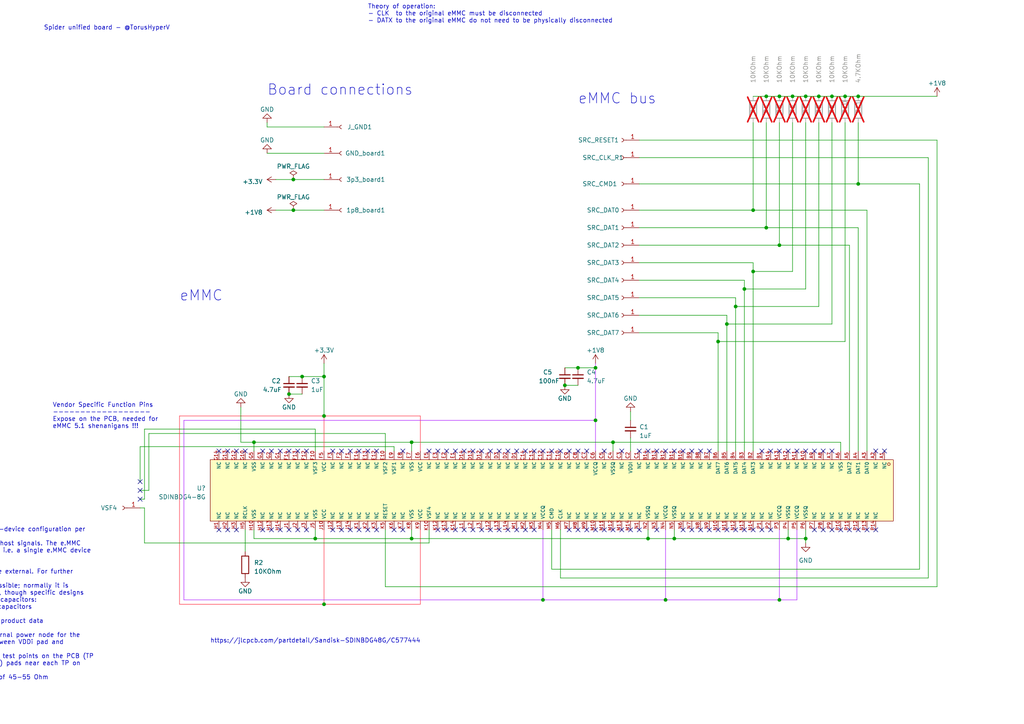
<source format=kicad_sch>
(kicad_sch (version 20230121) (generator eeschema)

  (uuid e63e39d7-6ac0-4ffd-8aa3-1841a4541b55)

  (paper "A4")

  (lib_symbols
    (symbol "Connector:Conn_01x01_Female" (pin_names (offset 1.016) hide) (in_bom yes) (on_board yes)
      (property "Reference" "J" (at 0 2.54 0)
        (effects (font (size 1.27 1.27)))
      )
      (property "Value" "Conn_01x01_Female" (at 0 -2.54 0)
        (effects (font (size 1.27 1.27)))
      )
      (property "Footprint" "" (at 0 0 0)
        (effects (font (size 1.27 1.27)) hide)
      )
      (property "Datasheet" "~" (at 0 0 0)
        (effects (font (size 1.27 1.27)) hide)
      )
      (property "ki_keywords" "connector" (at 0 0 0)
        (effects (font (size 1.27 1.27)) hide)
      )
      (property "ki_description" "Generic connector, single row, 01x01, script generated (kicad-library-utils/schlib/autogen/connector/)" (at 0 0 0)
        (effects (font (size 1.27 1.27)) hide)
      )
      (property "ki_fp_filters" "Connector*:*" (at 0 0 0)
        (effects (font (size 1.27 1.27)) hide)
      )
      (symbol "Conn_01x01_Female_1_1"
        (polyline
          (pts
            (xy -1.27 0)
            (xy -0.508 0)
          )
          (stroke (width 0.1524) (type default))
          (fill (type none))
        )
        (arc (start 0 0.508) (mid -0.5058 0) (end 0 -0.508)
          (stroke (width 0.1524) (type default))
          (fill (type none))
        )
        (pin passive line (at -5.08 0 0) (length 3.81)
          (name "Pin_1" (effects (font (size 1.27 1.27))))
          (number "1" (effects (font (size 1.27 1.27))))
        )
      )
    )
    (symbol "Device:C_Small" (pin_numbers hide) (pin_names (offset 0.254) hide) (in_bom yes) (on_board yes)
      (property "Reference" "C" (at 0.254 1.778 0)
        (effects (font (size 1.27 1.27)) (justify left))
      )
      (property "Value" "C_Small" (at 0.254 -2.032 0)
        (effects (font (size 1.27 1.27)) (justify left))
      )
      (property "Footprint" "" (at 0 0 0)
        (effects (font (size 1.27 1.27)) hide)
      )
      (property "Datasheet" "~" (at 0 0 0)
        (effects (font (size 1.27 1.27)) hide)
      )
      (property "ki_keywords" "capacitor cap" (at 0 0 0)
        (effects (font (size 1.27 1.27)) hide)
      )
      (property "ki_description" "Unpolarized capacitor, small symbol" (at 0 0 0)
        (effects (font (size 1.27 1.27)) hide)
      )
      (property "ki_fp_filters" "C_*" (at 0 0 0)
        (effects (font (size 1.27 1.27)) hide)
      )
      (symbol "C_Small_0_1"
        (polyline
          (pts
            (xy -1.524 -0.508)
            (xy 1.524 -0.508)
          )
          (stroke (width 0.3302) (type default))
          (fill (type none))
        )
        (polyline
          (pts
            (xy -1.524 0.508)
            (xy 1.524 0.508)
          )
          (stroke (width 0.3048) (type default))
          (fill (type none))
        )
      )
      (symbol "C_Small_1_1"
        (pin passive line (at 0 2.54 270) (length 2.032)
          (name "~" (effects (font (size 1.27 1.27))))
          (number "1" (effects (font (size 1.27 1.27))))
        )
        (pin passive line (at 0 -2.54 90) (length 2.032)
          (name "~" (effects (font (size 1.27 1.27))))
          (number "2" (effects (font (size 1.27 1.27))))
        )
      )
    )
    (symbol "Device:R" (pin_numbers hide) (pin_names (offset 0)) (in_bom yes) (on_board yes)
      (property "Reference" "R" (at 2.032 0 90)
        (effects (font (size 1.27 1.27)))
      )
      (property "Value" "R" (at 0 0 90)
        (effects (font (size 1.27 1.27)))
      )
      (property "Footprint" "" (at -1.778 0 90)
        (effects (font (size 1.27 1.27)) hide)
      )
      (property "Datasheet" "~" (at 0 0 0)
        (effects (font (size 1.27 1.27)) hide)
      )
      (property "ki_keywords" "R res resistor" (at 0 0 0)
        (effects (font (size 1.27 1.27)) hide)
      )
      (property "ki_description" "Resistor" (at 0 0 0)
        (effects (font (size 1.27 1.27)) hide)
      )
      (property "ki_fp_filters" "R_*" (at 0 0 0)
        (effects (font (size 1.27 1.27)) hide)
      )
      (symbol "R_0_1"
        (rectangle (start -1.016 -2.54) (end 1.016 2.54)
          (stroke (width 0.254) (type default))
          (fill (type none))
        )
      )
      (symbol "R_1_1"
        (pin passive line (at 0 3.81 270) (length 1.27)
          (name "~" (effects (font (size 1.27 1.27))))
          (number "1" (effects (font (size 1.27 1.27))))
        )
        (pin passive line (at 0 -3.81 90) (length 1.27)
          (name "~" (effects (font (size 1.27 1.27))))
          (number "2" (effects (font (size 1.27 1.27))))
        )
      )
    )
    (symbol "MyJLCLib2024:SDINBDG4-8G" (in_bom yes) (on_board yes)
      (property "Reference" "U" (at 1.27 1.2702 0)
        (effects (font (size 1.27 1.27)))
      )
      (property "Value" "SDINBDG4-8G" (at 1.27 -2.5398 0)
        (effects (font (size 1.27 1.27)))
      )
      (property "Footprint" "footprint:FBGA-153_L13.0-W11.5-P0.50_KLMAG1JETD-B041" (at 49.53 6.35 0)
        (effects (font (size 1.27 1.27) italic) hide)
      )
      (property "Datasheet" "https://item.szlcsc.com/512099.html?ref=editor&logined=true" (at 21.59 8.89 0)
        (effects (font (size 1.27 1.27)) (justify left) hide)
      )
      (property "LCSC" "C577444" (at 1.27 0.0002 0)
        (effects (font (size 1.27 1.27)) hide)
      )
      (property "ki_keywords" "C577444" (at 0 0 0)
        (effects (font (size 1.27 1.27)) hide)
      )
      (symbol "SDINBDG4-8G_0_1"
        (rectangle (start -8.89 99.0602) (end 8.89 -99.0602)
          (stroke (width 0) (type default))
          (fill (type background))
        )
        (circle (center -7.62 97.7904) (radius 0.381)
          (stroke (width 0) (type default))
          (fill (type background))
        )
        (pin unspecified line (at -11.43 96.52 0) (length 2.54)
          (name "NC" (effects (font (size 1 1))))
          (number "A1" (effects (font (size 1 1))))
        )
        (pin unspecified line (at -11.43 73.66 0) (length 2.54)
          (name "NC" (effects (font (size 1 1))))
          (number "A10" (effects (font (size 1 1))))
        )
        (pin unspecified line (at -11.43 71.12 0) (length 2.54)
          (name "NC" (effects (font (size 1 1))))
          (number "A11" (effects (font (size 1 1))))
        )
        (pin unspecified line (at -11.43 68.58 0) (length 2.54)
          (name "NC" (effects (font (size 1 1))))
          (number "A12" (effects (font (size 1 1))))
        )
        (pin unspecified line (at -11.43 66.04 0) (length 2.54)
          (name "NC" (effects (font (size 1 1))))
          (number "A13" (effects (font (size 1 1))))
        )
        (pin unspecified line (at -11.43 63.5 0) (length 2.54)
          (name "NC" (effects (font (size 1 1))))
          (number "A14" (effects (font (size 1 1))))
        )
        (pin unspecified line (at -11.43 93.98 0) (length 2.54)
          (name "NC" (effects (font (size 1 1))))
          (number "A2" (effects (font (size 1 1))))
        )
        (pin unspecified line (at -11.43 91.44 0) (length 2.54)
          (name "DAT0" (effects (font (size 1 1))))
          (number "A3" (effects (font (size 1 1))))
        )
        (pin unspecified line (at -11.43 88.9 0) (length 2.54)
          (name "DAT1" (effects (font (size 1 1))))
          (number "A4" (effects (font (size 1 1))))
        )
        (pin unspecified line (at -11.43 86.36 0) (length 2.54)
          (name "DAT2" (effects (font (size 1 1))))
          (number "A5" (effects (font (size 1 1))))
        )
        (pin unspecified line (at -11.43 83.82 0) (length 2.54)
          (name "VSS" (effects (font (size 1 1))))
          (number "A6" (effects (font (size 1 1))))
        )
        (pin unspecified line (at -11.43 81.28 0) (length 2.54)
          (name "NC" (effects (font (size 1 1))))
          (number "A7" (effects (font (size 1 1))))
        )
        (pin unspecified line (at -11.43 78.74 0) (length 2.54)
          (name "NC" (effects (font (size 1 1))))
          (number "A8" (effects (font (size 1 1))))
        )
        (pin unspecified line (at -11.43 76.2 0) (length 2.54)
          (name "NC" (effects (font (size 1 1))))
          (number "A9" (effects (font (size 1 1))))
        )
        (pin unspecified line (at -11.43 60.96 0) (length 2.54)
          (name "NC" (effects (font (size 1 1))))
          (number "B1" (effects (font (size 1 1))))
        )
        (pin unspecified line (at -11.43 38.1 0) (length 2.54)
          (name "NC" (effects (font (size 1 1))))
          (number "B10" (effects (font (size 1 1))))
        )
        (pin unspecified line (at -11.43 35.56 0) (length 2.54)
          (name "NC" (effects (font (size 1 1))))
          (number "B11" (effects (font (size 1 1))))
        )
        (pin unspecified line (at -11.43 33.02 0) (length 2.54)
          (name "NC" (effects (font (size 1 1))))
          (number "B12" (effects (font (size 1 1))))
        )
        (pin unspecified line (at -11.43 30.48 0) (length 2.54)
          (name "NC" (effects (font (size 1 1))))
          (number "B13" (effects (font (size 1 1))))
        )
        (pin unspecified line (at -11.43 27.94 0) (length 2.54)
          (name "NC" (effects (font (size 1 1))))
          (number "B14" (effects (font (size 1 1))))
        )
        (pin unspecified line (at -11.43 58.42 0) (length 2.54)
          (name "DAT3" (effects (font (size 1 1))))
          (number "B2" (effects (font (size 1 1))))
        )
        (pin unspecified line (at -11.43 55.88 0) (length 2.54)
          (name "DAT4" (effects (font (size 1 1))))
          (number "B3" (effects (font (size 1 1))))
        )
        (pin unspecified line (at -11.43 53.34 0) (length 2.54)
          (name "DAT5" (effects (font (size 1 1))))
          (number "B4" (effects (font (size 1 1))))
        )
        (pin unspecified line (at -11.43 50.8 0) (length 2.54)
          (name "DAT6" (effects (font (size 1 1))))
          (number "B5" (effects (font (size 1 1))))
        )
        (pin unspecified line (at -11.43 48.26 0) (length 2.54)
          (name "DAT7" (effects (font (size 1 1))))
          (number "B6" (effects (font (size 1 1))))
        )
        (pin unspecified line (at -11.43 45.72 0) (length 2.54)
          (name "NC" (effects (font (size 1 1))))
          (number "B7" (effects (font (size 1 1))))
        )
        (pin unspecified line (at -11.43 43.18 0) (length 2.54)
          (name "NC" (effects (font (size 1 1))))
          (number "B8" (effects (font (size 1 1))))
        )
        (pin unspecified line (at -11.43 40.64 0) (length 2.54)
          (name "NC" (effects (font (size 1 1))))
          (number "B9" (effects (font (size 1 1))))
        )
        (pin unspecified line (at -11.43 25.4 0) (length 2.54)
          (name "NC" (effects (font (size 1 1))))
          (number "C1" (effects (font (size 1 1))))
        )
        (pin unspecified line (at -11.43 2.54 0) (length 2.54)
          (name "NC" (effects (font (size 1 1))))
          (number "C10" (effects (font (size 1 1))))
        )
        (pin unspecified line (at -11.43 0 0) (length 2.54)
          (name "NC" (effects (font (size 1 1))))
          (number "C11" (effects (font (size 1 1))))
        )
        (pin unspecified line (at -11.43 -2.54 0) (length 2.54)
          (name "NC" (effects (font (size 1 1))))
          (number "C12" (effects (font (size 1 1))))
        )
        (pin unspecified line (at -11.43 -5.08 0) (length 2.54)
          (name "NC" (effects (font (size 1 1))))
          (number "C13" (effects (font (size 1 1))))
        )
        (pin unspecified line (at -11.43 -7.62 0) (length 2.54)
          (name "NC" (effects (font (size 1 1))))
          (number "C14" (effects (font (size 1 1))))
        )
        (pin unspecified line (at -11.43 22.86 0) (length 2.54)
          (name "VDDI" (effects (font (size 1 1))))
          (number "C2" (effects (font (size 1 1))))
        )
        (pin unspecified line (at -11.43 20.32 0) (length 2.54)
          (name "NC" (effects (font (size 1 1))))
          (number "C3" (effects (font (size 1 1))))
        )
        (pin unspecified line (at -11.43 17.78 0) (length 2.54)
          (name "VSSQ" (effects (font (size 1 1))))
          (number "C4" (effects (font (size 1 1))))
        )
        (pin unspecified line (at -11.43 15.24 0) (length 2.54)
          (name "NC" (effects (font (size 1 1))))
          (number "C5" (effects (font (size 1 1))))
        )
        (pin unspecified line (at -11.43 12.7 0) (length 2.54)
          (name "VCCQ" (effects (font (size 1 1))))
          (number "C6" (effects (font (size 1 1))))
        )
        (pin unspecified line (at -11.43 10.16 0) (length 2.54)
          (name "NC" (effects (font (size 1 1))))
          (number "C7" (effects (font (size 1 1))))
        )
        (pin unspecified line (at -11.43 7.62 0) (length 2.54)
          (name "NC" (effects (font (size 1 1))))
          (number "C8" (effects (font (size 1 1))))
        )
        (pin unspecified line (at -11.43 5.08 0) (length 2.54)
          (name "NC" (effects (font (size 1 1))))
          (number "C9" (effects (font (size 1 1))))
        )
        (pin unspecified line (at -11.43 -10.16 0) (length 2.54)
          (name "NC" (effects (font (size 1 1))))
          (number "D1" (effects (font (size 1 1))))
        )
        (pin unspecified line (at -11.43 -20.32 0) (length 2.54)
          (name "NC" (effects (font (size 1 1))))
          (number "D12" (effects (font (size 1 1))))
        )
        (pin unspecified line (at -11.43 -22.86 0) (length 2.54)
          (name "NC" (effects (font (size 1 1))))
          (number "D13" (effects (font (size 1 1))))
        )
        (pin unspecified line (at -11.43 -25.4 0) (length 2.54)
          (name "NC" (effects (font (size 1 1))))
          (number "D14" (effects (font (size 1 1))))
        )
        (pin unspecified line (at -11.43 -12.7 0) (length 2.54)
          (name "NC" (effects (font (size 1 1))))
          (number "D2" (effects (font (size 1 1))))
        )
        (pin unspecified line (at -11.43 -15.24 0) (length 2.54)
          (name "NC" (effects (font (size 1 1))))
          (number "D3" (effects (font (size 1 1))))
        )
        (pin unspecified line (at -11.43 -17.78 0) (length 2.54)
          (name "NC" (effects (font (size 1 1))))
          (number "D4" (effects (font (size 1 1))))
        )
        (pin unspecified line (at -11.43 -27.94 0) (length 2.54)
          (name "NC" (effects (font (size 1 1))))
          (number "E1" (effects (font (size 1 1))))
        )
        (pin unspecified line (at -11.43 -50.8 0) (length 2.54)
          (name "NC" (effects (font (size 1 1))))
          (number "E12" (effects (font (size 1 1))))
        )
        (pin unspecified line (at -11.43 -53.34 0) (length 2.54)
          (name "NC" (effects (font (size 1 1))))
          (number "E13" (effects (font (size 1 1))))
        )
        (pin unspecified line (at -11.43 -55.88 0) (length 2.54)
          (name "NC" (effects (font (size 1 1))))
          (number "E14" (effects (font (size 1 1))))
        )
        (pin unspecified line (at -11.43 -30.48 0) (length 2.54)
          (name "NC" (effects (font (size 1 1))))
          (number "E2" (effects (font (size 1 1))))
        )
        (pin unspecified line (at -11.43 -33.02 0) (length 2.54)
          (name "NC" (effects (font (size 1 1))))
          (number "E3" (effects (font (size 1 1))))
        )
        (pin unspecified line (at -11.43 -35.56 0) (length 2.54)
          (name "NC" (effects (font (size 1 1))))
          (number "E5" (effects (font (size 1 1))))
        )
        (pin unspecified line (at -11.43 -38.1 0) (length 2.54)
          (name "VCC" (effects (font (size 1 1))))
          (number "E6" (effects (font (size 1 1))))
        )
        (pin unspecified line (at -11.43 -40.64 0) (length 2.54)
          (name "VSS" (effects (font (size 1 1))))
          (number "E7" (effects (font (size 1 1))))
        )
        (pin unspecified line (at -11.43 -43.18 0) (length 2.54)
          (name "NC" (effects (font (size 1 1))))
          (number "E8" (effects (font (size 1 1))))
        )
        (pin unspecified line (at -11.43 -45.72 0) (length 2.54)
          (name "VSF1" (effects (font (size 1 1))))
          (number "E9" (effects (font (size 1 1))))
        )
        (pin unspecified line (at -11.43 -58.42 0) (length 2.54)
          (name "NC" (effects (font (size 1 1))))
          (number "F1" (effects (font (size 1 1))))
        )
        (pin unspecified line (at -11.43 -68.58 0) (length 2.54)
          (name "VSF3" (effects (font (size 1 1))))
          (number "F10" (effects (font (size 1 1))))
        )
        (pin unspecified line (at -11.43 -71.12 0) (length 2.54)
          (name "NC" (effects (font (size 1 1))))
          (number "F12" (effects (font (size 1 1))))
        )
        (pin unspecified line (at -11.43 -73.66 0) (length 2.54)
          (name "NC" (effects (font (size 1 1))))
          (number "F13" (effects (font (size 1 1))))
        )
        (pin unspecified line (at -11.43 -76.2 0) (length 2.54)
          (name "NC" (effects (font (size 1 1))))
          (number "F14" (effects (font (size 1 1))))
        )
        (pin unspecified line (at -11.43 -60.96 0) (length 2.54)
          (name "NC" (effects (font (size 1 1))))
          (number "F2" (effects (font (size 1 1))))
        )
        (pin unspecified line (at -11.43 -63.5 0) (length 2.54)
          (name "NC" (effects (font (size 1 1))))
          (number "F3" (effects (font (size 1 1))))
        )
        (pin unspecified line (at -11.43 -66.04 0) (length 2.54)
          (name "VCC" (effects (font (size 1 1))))
          (number "F5" (effects (font (size 1 1))))
        )
        (pin unspecified line (at -11.43 -78.74 0) (length 2.54)
          (name "NC" (effects (font (size 1 1))))
          (number "G1" (effects (font (size 1 1))))
        )
        (pin unspecified line (at -11.43 -88.9 0) (length 2.54)
          (name "NC" (effects (font (size 1 1))))
          (number "G10" (effects (font (size 1 1))))
        )
        (pin unspecified line (at -11.43 -91.44 0) (length 2.54)
          (name "NC" (effects (font (size 1 1))))
          (number "G12" (effects (font (size 1 1))))
        )
        (pin unspecified line (at -11.43 -93.98 0) (length 2.54)
          (name "NC" (effects (font (size 1 1))))
          (number "G13" (effects (font (size 1 1))))
        )
        (pin unspecified line (at -11.43 -96.52 0) (length 2.54)
          (name "NC" (effects (font (size 1 1))))
          (number "G14" (effects (font (size 1 1))))
        )
        (pin unspecified line (at -11.43 -81.28 0) (length 2.54)
          (name "NC" (effects (font (size 1 1))))
          (number "G2" (effects (font (size 1 1))))
        )
        (pin unspecified line (at -11.43 -83.82 0) (length 2.54)
          (name "NC" (effects (font (size 1 1))))
          (number "G3" (effects (font (size 1 1))))
        )
        (pin unspecified line (at -11.43 -86.36 0) (length 2.54)
          (name "VSS" (effects (font (size 1 1))))
          (number "G5" (effects (font (size 1 1))))
        )
        (pin unspecified line (at 11.43 -96.52 180) (length 2.54)
          (name "NC" (effects (font (size 1 1))))
          (number "H1" (effects (font (size 1 1))))
        )
        (pin unspecified line (at 11.43 -86.36 180) (length 2.54)
          (name "VSS" (effects (font (size 1 1))))
          (number "H10" (effects (font (size 1 1))))
        )
        (pin unspecified line (at 11.43 -83.82 180) (length 2.54)
          (name "NC" (effects (font (size 1 1))))
          (number "H12" (effects (font (size 1 1))))
        )
        (pin unspecified line (at 11.43 -81.28 180) (length 2.54)
          (name "NC" (effects (font (size 1 1))))
          (number "H13" (effects (font (size 1 1))))
        )
        (pin unspecified line (at 11.43 -78.74 180) (length 2.54)
          (name "NC" (effects (font (size 1 1))))
          (number "H14" (effects (font (size 1 1))))
        )
        (pin unspecified line (at 11.43 -93.98 180) (length 2.54)
          (name "NC" (effects (font (size 1 1))))
          (number "H2" (effects (font (size 1 1))))
        )
        (pin unspecified line (at 11.43 -91.44 180) (length 2.54)
          (name "NC" (effects (font (size 1 1))))
          (number "H3" (effects (font (size 1 1))))
        )
        (pin unspecified line (at 11.43 -88.9 180) (length 2.54)
          (name "RCLK" (effects (font (size 1 1))))
          (number "H5" (effects (font (size 1 1))))
        )
        (pin unspecified line (at 11.43 -76.2 180) (length 2.54)
          (name "NC" (effects (font (size 1 1))))
          (number "J1" (effects (font (size 1 1))))
        )
        (pin unspecified line (at 11.43 -66.04 180) (length 2.54)
          (name "VCC" (effects (font (size 1 1))))
          (number "J10" (effects (font (size 1 1))))
        )
        (pin unspecified line (at 11.43 -63.5 180) (length 2.54)
          (name "NC" (effects (font (size 1 1))))
          (number "J12" (effects (font (size 1 1))))
        )
        (pin unspecified line (at 11.43 -60.96 180) (length 2.54)
          (name "NC" (effects (font (size 1 1))))
          (number "J13" (effects (font (size 1 1))))
        )
        (pin unspecified line (at 11.43 -58.42 180) (length 2.54)
          (name "NC" (effects (font (size 1 1))))
          (number "J14" (effects (font (size 1 1))))
        )
        (pin unspecified line (at 11.43 -73.66 180) (length 2.54)
          (name "NC" (effects (font (size 1 1))))
          (number "J2" (effects (font (size 1 1))))
        )
        (pin unspecified line (at 11.43 -71.12 180) (length 2.54)
          (name "NC" (effects (font (size 1 1))))
          (number "J3" (effects (font (size 1 1))))
        )
        (pin unspecified line (at 11.43 -68.58 180) (length 2.54)
          (name "VSS" (effects (font (size 1 1))))
          (number "J5" (effects (font (size 1 1))))
        )
        (pin unspecified line (at 11.43 -55.88 180) (length 2.54)
          (name "NC" (effects (font (size 1 1))))
          (number "K1" (effects (font (size 1 1))))
        )
        (pin unspecified line (at 11.43 -35.56 180) (length 2.54)
          (name "VSF4" (effects (font (size 1 1))))
          (number "K10" (effects (font (size 1 1))))
        )
        (pin unspecified line (at 11.43 -33.02 180) (length 2.54)
          (name "NC" (effects (font (size 1 1))))
          (number "K12" (effects (font (size 1 1))))
        )
        (pin unspecified line (at 11.43 -30.48 180) (length 2.54)
          (name "NC" (effects (font (size 1 1))))
          (number "K13" (effects (font (size 1 1))))
        )
        (pin unspecified line (at 11.43 -27.94 180) (length 2.54)
          (name "NC" (effects (font (size 1 1))))
          (number "K14" (effects (font (size 1 1))))
        )
        (pin unspecified line (at 11.43 -53.34 180) (length 2.54)
          (name "NC" (effects (font (size 1 1))))
          (number "K2" (effects (font (size 1 1))))
        )
        (pin unspecified line (at 11.43 -50.8 180) (length 2.54)
          (name "NC" (effects (font (size 1 1))))
          (number "K3" (effects (font (size 1 1))))
        )
        (pin unspecified line (at 11.43 -48.26 180) (length 2.54)
          (name "RESET" (effects (font (size 1 1))))
          (number "K5" (effects (font (size 1 1))))
        )
        (pin unspecified line (at 11.43 -45.72 180) (length 2.54)
          (name "NC" (effects (font (size 1 1))))
          (number "K6" (effects (font (size 1 1))))
        )
        (pin unspecified line (at 11.43 -43.18 180) (length 2.54)
          (name "NC" (effects (font (size 1 1))))
          (number "K7" (effects (font (size 1 1))))
        )
        (pin unspecified line (at 11.43 -40.64 180) (length 2.54)
          (name "VSS" (effects (font (size 1 1))))
          (number "K8" (effects (font (size 1 1))))
        )
        (pin unspecified line (at 11.43 -38.1 180) (length 2.54)
          (name "VCC" (effects (font (size 1 1))))
          (number "K9" (effects (font (size 1 1))))
        )
        (pin unspecified line (at 11.43 -25.4 180) (length 2.54)
          (name "NC" (effects (font (size 1 1))))
          (number "L1" (effects (font (size 1 1))))
        )
        (pin unspecified line (at 11.43 -17.78 180) (length 2.54)
          (name "NC" (effects (font (size 1 1))))
          (number "L12" (effects (font (size 1 1))))
        )
        (pin unspecified line (at 11.43 -15.24 180) (length 2.54)
          (name "NC" (effects (font (size 1 1))))
          (number "L13" (effects (font (size 1 1))))
        )
        (pin unspecified line (at 11.43 -12.7 180) (length 2.54)
          (name "NC" (effects (font (size 1 1))))
          (number "L14" (effects (font (size 1 1))))
        )
        (pin unspecified line (at 11.43 -22.86 180) (length 2.54)
          (name "NC" (effects (font (size 1 1))))
          (number "L2" (effects (font (size 1 1))))
        )
        (pin unspecified line (at 11.43 -20.32 180) (length 2.54)
          (name "NC" (effects (font (size 1 1))))
          (number "L3" (effects (font (size 1 1))))
        )
        (pin unspecified line (at 11.43 -10.16 180) (length 2.54)
          (name "NC" (effects (font (size 1 1))))
          (number "M1" (effects (font (size 1 1))))
        )
        (pin unspecified line (at 11.43 12.7 180) (length 2.54)
          (name "NC" (effects (font (size 1 1))))
          (number "M10" (effects (font (size 1 1))))
        )
        (pin unspecified line (at 11.43 15.24 180) (length 2.54)
          (name "NC" (effects (font (size 1 1))))
          (number "M11" (effects (font (size 1 1))))
        )
        (pin unspecified line (at 11.43 17.78 180) (length 2.54)
          (name "NC" (effects (font (size 1 1))))
          (number "M12" (effects (font (size 1 1))))
        )
        (pin unspecified line (at 11.43 20.32 180) (length 2.54)
          (name "NC" (effects (font (size 1 1))))
          (number "M13" (effects (font (size 1 1))))
        )
        (pin unspecified line (at 11.43 22.86 180) (length 2.54)
          (name "NC" (effects (font (size 1 1))))
          (number "M14" (effects (font (size 1 1))))
        )
        (pin unspecified line (at 11.43 -7.62 180) (length 2.54)
          (name "NC" (effects (font (size 1 1))))
          (number "M2" (effects (font (size 1 1))))
        )
        (pin unspecified line (at 11.43 -5.08 180) (length 2.54)
          (name "NC" (effects (font (size 1 1))))
          (number "M3" (effects (font (size 1 1))))
        )
        (pin unspecified line (at 11.43 -2.54 180) (length 2.54)
          (name "VCCQ" (effects (font (size 1 1))))
          (number "M4" (effects (font (size 1 1))))
        )
        (pin unspecified line (at 11.43 0 180) (length 2.54)
          (name "CMD" (effects (font (size 1 1))))
          (number "M5" (effects (font (size 1 1))))
        )
        (pin unspecified line (at 11.43 2.54 180) (length 2.54)
          (name "CLK" (effects (font (size 1 1))))
          (number "M6" (effects (font (size 1 1))))
        )
        (pin unspecified line (at 11.43 5.08 180) (length 2.54)
          (name "NC" (effects (font (size 1 1))))
          (number "M7" (effects (font (size 1 1))))
        )
        (pin unspecified line (at 11.43 7.62 180) (length 2.54)
          (name "NC" (effects (font (size 1 1))))
          (number "M8" (effects (font (size 1 1))))
        )
        (pin unspecified line (at 11.43 10.16 180) (length 2.54)
          (name "NC" (effects (font (size 1 1))))
          (number "M9" (effects (font (size 1 1))))
        )
        (pin unspecified line (at 11.43 25.4 180) (length 2.54)
          (name "NC" (effects (font (size 1 1))))
          (number "N1" (effects (font (size 1 1))))
        )
        (pin unspecified line (at 11.43 48.26 180) (length 2.54)
          (name "NC" (effects (font (size 1 1))))
          (number "N10" (effects (font (size 1 1))))
        )
        (pin unspecified line (at 11.43 50.8 180) (length 2.54)
          (name "NC" (effects (font (size 1 1))))
          (number "N11" (effects (font (size 1 1))))
        )
        (pin unspecified line (at 11.43 53.34 180) (length 2.54)
          (name "NC" (effects (font (size 1 1))))
          (number "N12" (effects (font (size 1 1))))
        )
        (pin unspecified line (at 11.43 55.88 180) (length 2.54)
          (name "NC" (effects (font (size 1 1))))
          (number "N13" (effects (font (size 1 1))))
        )
        (pin unspecified line (at 11.43 58.42 180) (length 2.54)
          (name "NC" (effects (font (size 1 1))))
          (number "N14" (effects (font (size 1 1))))
        )
        (pin unspecified line (at 11.43 27.94 180) (length 2.54)
          (name "VSSQ" (effects (font (size 1 1))))
          (number "N2" (effects (font (size 1 1))))
        )
        (pin unspecified line (at 11.43 30.48 180) (length 2.54)
          (name "NC" (effects (font (size 1 1))))
          (number "N3" (effects (font (size 1 1))))
        )
        (pin unspecified line (at 11.43 33.02 180) (length 2.54)
          (name "VCCQ" (effects (font (size 1 1))))
          (number "N4" (effects (font (size 1 1))))
        )
        (pin unspecified line (at 11.43 35.56 180) (length 2.54)
          (name "VSSQ" (effects (font (size 1 1))))
          (number "N5" (effects (font (size 1 1))))
        )
        (pin unspecified line (at 11.43 38.1 180) (length 2.54)
          (name "NC" (effects (font (size 1 1))))
          (number "N6" (effects (font (size 1 1))))
        )
        (pin unspecified line (at 11.43 40.64 180) (length 2.54)
          (name "NC" (effects (font (size 1 1))))
          (number "N7" (effects (font (size 1 1))))
        )
        (pin unspecified line (at 11.43 43.18 180) (length 2.54)
          (name "NC" (effects (font (size 1 1))))
          (number "N8" (effects (font (size 1 1))))
        )
        (pin unspecified line (at 11.43 45.72 180) (length 2.54)
          (name "NC" (effects (font (size 1 1))))
          (number "N9" (effects (font (size 1 1))))
        )
        (pin unspecified line (at 11.43 60.96 180) (length 2.54)
          (name "NC" (effects (font (size 1 1))))
          (number "P1" (effects (font (size 1 1))))
        )
        (pin unspecified line (at 11.43 83.82 180) (length 2.54)
          (name "NC" (effects (font (size 1 1))))
          (number "P10" (effects (font (size 1 1))))
        )
        (pin unspecified line (at 11.43 86.36 180) (length 2.54)
          (name "NC" (effects (font (size 1 1))))
          (number "P11" (effects (font (size 1 1))))
        )
        (pin unspecified line (at 11.43 88.9 180) (length 2.54)
          (name "NC" (effects (font (size 1 1))))
          (number "P12" (effects (font (size 1 1))))
        )
        (pin unspecified line (at 11.43 91.44 180) (length 2.54)
          (name "NC" (effects (font (size 1 1))))
          (number "P13" (effects (font (size 1 1))))
        )
        (pin unspecified line (at 11.43 93.98 180) (length 2.54)
          (name "NC" (effects (font (size 1 1))))
          (number "P14" (effects (font (size 1 1))))
        )
        (pin unspecified line (at 11.43 63.5 180) (length 2.54)
          (name "NC" (effects (font (size 1 1))))
          (number "P2" (effects (font (size 1 1))))
        )
        (pin unspecified line (at 11.43 66.04 180) (length 2.54)
          (name "VCCQ" (effects (font (size 1 1))))
          (number "P3" (effects (font (size 1 1))))
        )
        (pin unspecified line (at 11.43 68.58 180) (length 2.54)
          (name "VSSQ" (effects (font (size 1 1))))
          (number "P4" (effects (font (size 1 1))))
        )
        (pin unspecified line (at 11.43 71.12 180) (length 2.54)
          (name "VCCQ" (effects (font (size 1 1))))
          (number "P5" (effects (font (size 1 1))))
        )
        (pin unspecified line (at 11.43 73.66 180) (length 2.54)
          (name "VSSQ" (effects (font (size 1 1))))
          (number "P6" (effects (font (size 1 1))))
        )
        (pin unspecified line (at 11.43 76.2 180) (length 2.54)
          (name "NC" (effects (font (size 1 1))))
          (number "P7" (effects (font (size 1 1))))
        )
        (pin unspecified line (at 11.43 78.74 180) (length 2.54)
          (name "NC" (effects (font (size 1 1))))
          (number "P8" (effects (font (size 1 1))))
        )
        (pin unspecified line (at 11.43 81.28 180) (length 2.54)
          (name "NC" (effects (font (size 1 1))))
          (number "P9" (effects (font (size 1 1))))
        )
      )
      (symbol "SDINBDG4-8G_1_1"
        (pin unspecified line (at -11.43 -48.26 0) (length 2.54)
          (name "VSF2" (effects (font (size 1 1))))
          (number "E10" (effects (font (size 1 1))))
        )
      )
    )
    (symbol "power:+1V8" (power) (pin_names (offset 0)) (in_bom yes) (on_board yes)
      (property "Reference" "#PWR" (at 0 -3.81 0)
        (effects (font (size 1.27 1.27)) hide)
      )
      (property "Value" "+1V8" (at 0 3.556 0)
        (effects (font (size 1.27 1.27)))
      )
      (property "Footprint" "" (at 0 0 0)
        (effects (font (size 1.27 1.27)) hide)
      )
      (property "Datasheet" "" (at 0 0 0)
        (effects (font (size 1.27 1.27)) hide)
      )
      (property "ki_keywords" "global power" (at 0 0 0)
        (effects (font (size 1.27 1.27)) hide)
      )
      (property "ki_description" "Power symbol creates a global label with name \"+1V8\"" (at 0 0 0)
        (effects (font (size 1.27 1.27)) hide)
      )
      (symbol "+1V8_0_1"
        (polyline
          (pts
            (xy -0.762 1.27)
            (xy 0 2.54)
          )
          (stroke (width 0) (type default))
          (fill (type none))
        )
        (polyline
          (pts
            (xy 0 0)
            (xy 0 2.54)
          )
          (stroke (width 0) (type default))
          (fill (type none))
        )
        (polyline
          (pts
            (xy 0 2.54)
            (xy 0.762 1.27)
          )
          (stroke (width 0) (type default))
          (fill (type none))
        )
      )
      (symbol "+1V8_1_1"
        (pin power_in line (at 0 0 90) (length 0) hide
          (name "+1V8" (effects (font (size 1.27 1.27))))
          (number "1" (effects (font (size 1.27 1.27))))
        )
      )
    )
    (symbol "power:+3.3V" (power) (pin_names (offset 0)) (in_bom yes) (on_board yes)
      (property "Reference" "#PWR" (at 0 -3.81 0)
        (effects (font (size 1.27 1.27)) hide)
      )
      (property "Value" "+3.3V" (at 0 3.556 0)
        (effects (font (size 1.27 1.27)))
      )
      (property "Footprint" "" (at 0 0 0)
        (effects (font (size 1.27 1.27)) hide)
      )
      (property "Datasheet" "" (at 0 0 0)
        (effects (font (size 1.27 1.27)) hide)
      )
      (property "ki_keywords" "global power" (at 0 0 0)
        (effects (font (size 1.27 1.27)) hide)
      )
      (property "ki_description" "Power symbol creates a global label with name \"+3.3V\"" (at 0 0 0)
        (effects (font (size 1.27 1.27)) hide)
      )
      (symbol "+3.3V_0_1"
        (polyline
          (pts
            (xy -0.762 1.27)
            (xy 0 2.54)
          )
          (stroke (width 0) (type default))
          (fill (type none))
        )
        (polyline
          (pts
            (xy 0 0)
            (xy 0 2.54)
          )
          (stroke (width 0) (type default))
          (fill (type none))
        )
        (polyline
          (pts
            (xy 0 2.54)
            (xy 0.762 1.27)
          )
          (stroke (width 0) (type default))
          (fill (type none))
        )
      )
      (symbol "+3.3V_1_1"
        (pin power_in line (at 0 0 90) (length 0) hide
          (name "+3.3V" (effects (font (size 1.27 1.27))))
          (number "1" (effects (font (size 1.27 1.27))))
        )
      )
    )
    (symbol "power:GND" (power) (pin_names (offset 0)) (in_bom yes) (on_board yes)
      (property "Reference" "#PWR" (at 0 -6.35 0)
        (effects (font (size 1.27 1.27)) hide)
      )
      (property "Value" "GND" (at 0 -3.81 0)
        (effects (font (size 1.27 1.27)))
      )
      (property "Footprint" "" (at 0 0 0)
        (effects (font (size 1.27 1.27)) hide)
      )
      (property "Datasheet" "" (at 0 0 0)
        (effects (font (size 1.27 1.27)) hide)
      )
      (property "ki_keywords" "global power" (at 0 0 0)
        (effects (font (size 1.27 1.27)) hide)
      )
      (property "ki_description" "Power symbol creates a global label with name \"GND\" , ground" (at 0 0 0)
        (effects (font (size 1.27 1.27)) hide)
      )
      (symbol "GND_0_1"
        (polyline
          (pts
            (xy 0 0)
            (xy 0 -1.27)
            (xy 1.27 -1.27)
            (xy 0 -2.54)
            (xy -1.27 -1.27)
            (xy 0 -1.27)
          )
          (stroke (width 0) (type default))
          (fill (type none))
        )
      )
      (symbol "GND_1_1"
        (pin power_in line (at 0 0 270) (length 0) hide
          (name "GND" (effects (font (size 1.27 1.27))))
          (number "1" (effects (font (size 1.27 1.27))))
        )
      )
    )
    (symbol "power:PWR_FLAG" (power) (pin_numbers hide) (pin_names (offset 0) hide) (in_bom yes) (on_board yes)
      (property "Reference" "#FLG" (at 0 1.905 0)
        (effects (font (size 1.27 1.27)) hide)
      )
      (property "Value" "PWR_FLAG" (at 0 3.81 0)
        (effects (font (size 1.27 1.27)))
      )
      (property "Footprint" "" (at 0 0 0)
        (effects (font (size 1.27 1.27)) hide)
      )
      (property "Datasheet" "~" (at 0 0 0)
        (effects (font (size 1.27 1.27)) hide)
      )
      (property "ki_keywords" "flag power" (at 0 0 0)
        (effects (font (size 1.27 1.27)) hide)
      )
      (property "ki_description" "Special symbol for telling ERC where power comes from" (at 0 0 0)
        (effects (font (size 1.27 1.27)) hide)
      )
      (symbol "PWR_FLAG_0_0"
        (pin power_out line (at 0 0 90) (length 0)
          (name "pwr" (effects (font (size 1.27 1.27))))
          (number "1" (effects (font (size 1.27 1.27))))
        )
      )
      (symbol "PWR_FLAG_0_1"
        (polyline
          (pts
            (xy 0 0)
            (xy 0 1.27)
            (xy -1.016 1.905)
            (xy 0 2.54)
            (xy 1.016 1.905)
            (xy 0 1.27)
          )
          (stroke (width 0) (type default))
          (fill (type none))
        )
      )
    )
  )

  (junction (at 73.66 128.27) (diameter 0) (color 0 0 0 0)
    (uuid 003f8698-d0ff-4bbd-ad4a-0b5c7f1fec0a)
  )
  (junction (at 248.92 27.94) (diameter 0) (color 0 0 0 0)
    (uuid 15fba62f-a3aa-4041-accb-93d08dde501a)
  )
  (junction (at 93.98 109.22) (diameter 0) (color 0 0 0 0)
    (uuid 16421c88-3b62-4d5d-a8ba-e35d5b1090db)
  )
  (junction (at 248.92 53.34) (diameter 0) (color 0 0 0 0)
    (uuid 1651718b-0354-4c9b-a360-590dc0c9d72d)
  )
  (junction (at 210.82 93.98) (diameter 0) (color 0 0 0 0)
    (uuid 1b80a078-1547-4d35-bd27-0c3e0c506da9)
  )
  (junction (at 228.6 156.21) (diameter 0) (color 0 0 0 0)
    (uuid 2097913a-712d-402d-a197-e778602b2c38)
  )
  (junction (at 233.68 27.94) (diameter 0) (color 0 0 0 0)
    (uuid 2a3c3e62-7210-4c35-a513-421f33e950ad)
  )
  (junction (at 193.04 173.99) (diameter 0) (color 0 0 0 0)
    (uuid 38f4cace-f286-4a67-86d3-14b7156d8816)
  )
  (junction (at 93.98 175.26) (diameter 0) (color 0 0 0 0)
    (uuid 402258d1-530f-4961-9775-0ee3b2f040c9)
  )
  (junction (at 177.8 128.27) (diameter 0) (color 0 0 0 0)
    (uuid 4d862116-a2af-4e3e-8fbe-55791353c818)
  )
  (junction (at 222.25 27.94) (diameter 0) (color 0 0 0 0)
    (uuid 4eccceda-ceda-47df-a16c-389079891e4a)
  )
  (junction (at 87.63 109.22) (diameter 0) (color 0 0 0 0)
    (uuid 532bb418-3236-4ba9-8e3f-6845c99fe293)
  )
  (junction (at 213.36 88.9) (diameter 0) (color 0 0 0 0)
    (uuid 5381e4b3-0300-42a8-8fb8-6d6e636ae5ca)
  )
  (junction (at 208.28 99.06) (diameter 0) (color 0 0 0 0)
    (uuid 5b650609-5b14-4bc3-9edd-9c98581bba7b)
  )
  (junction (at 163.83 111.76) (diameter 0) (color 0 0 0 0)
    (uuid 6826ee78-2edc-4337-985c-4ac702e8635d)
  )
  (junction (at 91.44 156.21) (diameter 0) (color 0 0 0 0)
    (uuid 6a59c7b3-ae3c-4227-ac6e-ff958bc7f318)
  )
  (junction (at 167.64 106.68) (diameter 0) (color 0 0 0 0)
    (uuid 8296dad5-1ced-4217-9bb8-8e0997980849)
  )
  (junction (at 222.25 66.04) (diameter 0) (color 0 0 0 0)
    (uuid 8852ecf1-f74b-4c76-85c5-d71c9f38a7ef)
  )
  (junction (at 226.06 71.12) (diameter 0) (color 0 0 0 0)
    (uuid 899d388f-5309-4e41-a0d7-c512e9924897)
  )
  (junction (at 85.09 52.07) (diameter 0) (color 0 0 0 0)
    (uuid 8a5b5a73-5eb5-40fe-90b2-ae99e4c4f188)
  )
  (junction (at 218.44 60.96) (diameter 0) (color 0 0 0 0)
    (uuid 8a6dad37-bcde-401c-93b6-33ff55132252)
  )
  (junction (at 157.48 173.99) (diameter 0) (color 0 0 0 0)
    (uuid 92714d7f-5661-4600-9bbd-48bec7991463)
  )
  (junction (at 215.9 83.82) (diameter 0) (color 0 0 0 0)
    (uuid a7f7b049-fa70-4c77-b01b-31ac68f118ab)
  )
  (junction (at 119.38 128.27) (diameter 0) (color 0 0 0 0)
    (uuid ab22bc1c-8dd7-41bd-a7cf-0d14785038fd)
  )
  (junction (at 172.72 121.92) (diameter 0) (color 0 0 0 0)
    (uuid ad83dea3-dad5-43da-9981-fb485a07ae4d)
  )
  (junction (at 172.72 106.68) (diameter 0) (color 0 0 0 0)
    (uuid aeb1409c-bfb0-46bc-a422-2910b8662f40)
  )
  (junction (at 93.98 120.65) (diameter 0) (color 0 0 0 0)
    (uuid b05a1d27-0769-4c8a-a6b4-21b70fed3c4b)
  )
  (junction (at 226.06 173.99) (diameter 0) (color 0 0 0 0)
    (uuid c5443644-db79-466b-a0d6-59fda0b904df)
  )
  (junction (at 241.3 27.94) (diameter 0) (color 0 0 0 0)
    (uuid c9686e72-ed94-41b3-b1db-08aedaec05b1)
  )
  (junction (at 237.49 27.94) (diameter 0) (color 0 0 0 0)
    (uuid cb32016e-00cc-4399-96db-d3a651a43da3)
  )
  (junction (at 83.82 114.3) (diameter 0) (color 0 0 0 0)
    (uuid cd40e0cc-2587-4ba4-be65-880afbbd5a62)
  )
  (junction (at 85.09 60.96) (diameter 0) (color 0 0 0 0)
    (uuid cd82581e-1eb2-4ef3-93e3-56c6a87052cb)
  )
  (junction (at 233.68 156.21) (diameter 0) (color 0 0 0 0)
    (uuid cf56370b-8ecf-4a4d-9898-9e2a6a9e037e)
  )
  (junction (at 187.96 156.21) (diameter 0) (color 0 0 0 0)
    (uuid d6aa71e3-8e30-425b-b4c1-a9d06016282d)
  )
  (junction (at 195.58 156.21) (diameter 0) (color 0 0 0 0)
    (uuid d8e05117-79da-4cf1-8c88-667027e72bd0)
  )
  (junction (at 218.44 78.74) (diameter 0) (color 0 0 0 0)
    (uuid de63f7c7-657b-4117-a7a1-bb958df2fc0d)
  )
  (junction (at 226.06 27.94) (diameter 0) (color 0 0 0 0)
    (uuid e2e9aa68-1ade-48d6-a792-1d6deb2ce7bb)
  )
  (junction (at 229.87 27.94) (diameter 0) (color 0 0 0 0)
    (uuid e3ce1f72-ac29-4cf2-bf3b-7e93c1718bbf)
  )
  (junction (at 245.11 27.94) (diameter 0) (color 0 0 0 0)
    (uuid ea8c74ac-cf89-4486-9b30-1e47d5e3a60c)
  )
  (junction (at 119.38 156.21) (diameter 0) (color 0 0 0 0)
    (uuid fd444904-91c9-4c0e-9c6e-18602a031855)
  )

  (no_connect (at 185.42 130.81) (uuid 023b9c6a-e623-4516-b319-2bb315927fad))
  (no_connect (at 195.58 130.81) (uuid 02f5c4c4-66ec-4d23-99ed-45a0505d623c))
  (no_connect (at 114.3 153.67) (uuid 04568303-6984-44ce-97f8-bfa667bd2a85))
  (no_connect (at 78.74 130.81) (uuid 0507fb2f-72ae-455a-a043-782bbb168145))
  (no_connect (at 40.64 142.24) (uuid 0bb58b54-95c4-4029-93ea-2748f7baebb1))
  (no_connect (at 132.08 130.81) (uuid 0bf0dec9-039f-4f45-b8ae-bcd8c66b9503))
  (no_connect (at 220.98 153.67) (uuid 0c066097-018c-42a9-a075-4f6bbcb5efac))
  (no_connect (at 142.24 130.81) (uuid 0c820b67-7639-42fa-b93c-139c7cf8a7dd))
  (no_connect (at 124.46 130.81) (uuid 0ec2a67b-6d04-4043-b549-106f70a3f5a4))
  (no_connect (at 129.54 130.81) (uuid 15f4c168-d893-4605-8813-9bfb4ab4c723))
  (no_connect (at 213.36 153.67) (uuid 1aa2dad9-3312-46b5-b714-5f5183760a86))
  (no_connect (at 198.12 130.81) (uuid 1e5fb216-bf2f-458f-b02d-7d02ed66157a))
  (no_connect (at 223.52 130.81) (uuid 29726c30-f036-4448-b8ff-4b4fb71d7bd5))
  (no_connect (at 78.74 153.67) (uuid 2a9f0a00-aa78-42b0-abca-726ef1ac783b))
  (no_connect (at 104.14 153.67) (uuid 2aa686a2-5f9d-42d5-b7ce-995524d98c09))
  (no_connect (at 83.82 153.67) (uuid 2b42161c-cbe4-448f-bb84-dc9003b763b2))
  (no_connect (at 116.84 153.67) (uuid 2b46d8e4-b839-4c45-820d-cdf9eda4559e))
  (no_connect (at 236.22 130.81) (uuid 36439849-8c8f-43ff-bc57-0c074d7e8d1f))
  (no_connect (at 152.4 153.67) (uuid 36f881d8-e9c8-42c3-8072-34ac7b78aecd))
  (no_connect (at 187.96 130.81) (uuid 3880cec3-5f53-4fb0-b382-8c937497c7dc))
  (no_connect (at 66.04 130.81) (uuid 38c275a5-4b1c-4628-ab0d-c20a4f4a4267))
  (no_connect (at 127 130.81) (uuid 3a2b24bb-6fc4-4ce8-86a6-1c66f6e612a6))
  (no_connect (at 190.5 130.81) (uuid 3ba9a3b7-af55-4e75-a80f-44b5b1e24a6e))
  (no_connect (at 86.36 153.67) (uuid 3f9acf25-3c9d-4317-8d6f-9181c298da89))
  (no_connect (at 142.24 153.67) (uuid 400f1e90-33d7-4b8b-abbb-09b0048f1748))
  (no_connect (at 254 153.67) (uuid 40d50903-4efa-4a84-b20a-5648ef3ef4a9))
  (no_connect (at 241.3 130.81) (uuid 420e1b81-1d92-4c07-8a56-1c0ef6ae1c04))
  (no_connect (at 63.5 153.67) (uuid 44e4ab9e-dc76-4418-a071-4b072ed632d1))
  (no_connect (at 109.22 130.81) (uuid 457de66b-484a-41aa-b325-243d874a1eaf))
  (no_connect (at 99.06 153.67) (uuid 48b0dd2f-289d-43f5-9e7b-e742f743792c))
  (no_connect (at 246.38 153.67) (uuid 4a413dd6-32a4-4199-aff5-745e70d7a063))
  (no_connect (at 170.18 130.81) (uuid 4f2a86db-46c7-4e0b-b23c-623db8a4151f))
  (no_connect (at 218.44 153.67) (uuid 53943f29-9c20-4edf-a5e8-82fdf7a8a959))
  (no_connect (at 63.5 130.81) (uuid 54922e5a-1d38-4d54-8a98-139805f603e0))
  (no_connect (at 106.68 130.81) (uuid 58c47575-289e-4768-b1b0-55ae9e26d5b9))
  (no_connect (at 137.16 153.67) (uuid 59b3164f-8d74-46e8-bb97-27f1597d35ae))
  (no_connect (at 139.7 130.81) (uuid 59f77246-bb77-4549-84ea-51d8df214201))
  (no_connect (at 160.02 130.81) (uuid 5acde4da-1ff7-4408-b280-66aae764a2f4))
  (no_connect (at 152.4 130.81) (uuid 5b7f4e6c-7fc5-4705-a9bb-fc32a020815e))
  (no_connect (at 71.12 130.81) (uuid 5cff2950-6189-425d-9119-36e59c8ea79b))
  (no_connect (at 68.58 153.67) (uuid 6064cb72-0aa0-4cb9-af13-e1ee89d917ef))
  (no_connect (at 251.46 153.67) (uuid 631db27a-2e56-46f5-9c47-0e5629d5acd0))
  (no_connect (at 104.14 130.81) (uuid 653b3809-3492-4d37-aa5d-9d80dd104f49))
  (no_connect (at 208.28 153.67) (uuid 65833a47-1866-46ce-a7c5-b79ba5d3772c))
  (no_connect (at 154.94 130.81) (uuid 68faf58b-dd77-45fa-a407-08e3b3d393da))
  (no_connect (at 167.64 153.67) (uuid 6b0358cd-9827-4c03-9fce-fdd49aea0368))
  (no_connect (at 96.52 130.81) (uuid 6ba78fdc-2add-4c25-81b5-739a215c1d05))
  (no_connect (at 144.78 130.81) (uuid 727b378a-595b-4675-b8e4-dd17832d6cbd))
  (no_connect (at 132.08 153.67) (uuid 73c359e2-3b08-44ef-abb4-57838fc3ed97))
  (no_connect (at 76.2 130.81) (uuid 75054eb0-3b54-435e-8626-bf98aaa614e5))
  (no_connect (at 147.32 130.81) (uuid 754459b2-99cf-45b1-a796-e4d7ffc35e1b))
  (no_connect (at 180.34 130.81) (uuid 75c31b58-e587-4464-9abf-11158a75b755))
  (no_connect (at 210.82 153.67) (uuid 768acd41-2400-48f7-84b7-71052a0a635a))
  (no_connect (at 248.92 153.67) (uuid 776fff7c-ef2c-4c52-a344-5b0b10435c18))
  (no_connect (at 193.04 130.81) (uuid 78e46fb9-066a-4731-82fb-f27e7d7a548e))
  (no_connect (at 109.22 153.67) (uuid 7e29e5d2-cc70-4e42-a95d-bc2a495ff62e))
  (no_connect (at 200.66 130.81) (uuid 81282bd9-aefa-42fb-85d7-2047d1d075aa))
  (no_connect (at 101.6 153.67) (uuid 81f148aa-c2a8-450e-8d59-bf851ca90ea7))
  (no_connect (at 165.1 153.67) (uuid 872d7a30-6621-4900-95f8-748f42c916a5))
  (no_connect (at 256.54 130.81) (uuid 89e93dde-b288-4b9c-be38-8a24d64fddf6))
  (no_connect (at 134.62 130.81) (uuid 8ac2030b-c937-4004-9300-3679ef587293))
  (no_connect (at 228.6 130.81) (uuid 8ad84c2c-8dd4-4659-8ac9-e7e54e09d4c5))
  (no_connect (at 172.72 153.67) (uuid 90146ed5-004c-4b85-9de7-199ec481135b))
  (no_connect (at 236.22 153.67) (uuid 902c113a-2d05-4a10-bdda-b55593d4163e))
  (no_connect (at 203.2 130.81) (uuid 90cc14fe-e0cf-4bf2-88d3-520dd29d9d1f))
  (no_connect (at 99.06 130.81) (uuid 919aee04-f2b9-4172-b57a-273007ca695b))
  (no_connect (at 241.3 153.67) (uuid 92a6acf3-950a-4dcb-ba61-0492605f979a))
  (no_connect (at 40.64 144.78) (uuid 936fce4b-011d-4cd6-8fb9-3e896a0ca9d5))
  (no_connect (at 76.2 153.67) (uuid 94182996-3746-47ce-a1c5-bad504ae7a49))
  (no_connect (at 170.18 153.67) (uuid 943b5699-135b-47d2-85a8-1cd09e3153d1))
  (no_connect (at 238.76 130.81) (uuid 9885df48-d244-4341-bd77-7e94fb898d65))
  (no_connect (at 175.26 153.67) (uuid 9a423cfc-51bf-4cb0-b228-ff9935c425e5))
  (no_connect (at 180.34 153.67) (uuid 9a5dabcc-0812-4891-93cf-a72cd7ed8324))
  (no_connect (at 139.7 153.67) (uuid 9c1aaf74-6457-4665-9f90-e638cad93c93))
  (no_connect (at 147.32 153.67) (uuid 9dae47e4-0317-440b-a503-7ff3f3b41558))
  (no_connect (at 175.26 130.81) (uuid 9de1c0b4-6a90-4b38-92e6-0e0afb0e6a09))
  (no_connect (at 40.64 139.7) (uuid a3451678-a785-43fa-98e0-1235ef7184b6))
  (no_connect (at 149.86 130.81) (uuid a4bb706f-ad7e-4854-822a-b6de2b23c779))
  (no_connect (at 220.98 130.81) (uuid ac3b55b3-afb1-46f0-bffb-1e19da9c04b4))
  (no_connect (at 88.9 130.81) (uuid ac7dc20b-28dd-49ae-9477-61a0a7dccf67))
  (no_connect (at 200.66 153.67) (uuid b14c71bc-ccf5-4461-9103-5e2af9dd5932))
  (no_connect (at 233.68 130.81) (uuid b44da349-0b7b-4788-8748-5162ba63625c))
  (no_connect (at 182.88 153.67) (uuid b47de3b1-0f2b-460d-9fb6-cfde61474f35))
  (no_connect (at 243.84 153.67) (uuid b4ba2da2-1f14-44cc-9ec8-1d4f48533e6c))
  (no_connect (at 129.54 153.67) (uuid b53d5616-0825-449c-8278-ffdfbb35ff5a))
  (no_connect (at 177.8 153.67) (uuid b5ae49b7-fba2-4744-8f2a-86bc6f0cc19a))
  (no_connect (at 106.68 153.67) (uuid b7224065-b153-4fd7-b26a-4743f9dbef62))
  (no_connect (at 66.04 153.67) (uuid b8d838ec-6f10-4e6b-937d-23fead6395e5))
  (no_connect (at 144.78 153.67) (uuid ba48ae2e-ef1e-4e57-b173-aa9d4097ae5d))
  (no_connect (at 116.84 130.81) (uuid bb4cd2db-4052-42b2-8569-0337958057a5))
  (no_connect (at 185.42 153.67) (uuid cac9062d-8421-4c38-a308-54f59125110d))
  (no_connect (at 134.62 153.67) (uuid ce34cade-daef-4423-bd36-9fe51b8d5fd3))
  (no_connect (at 203.2 153.67) (uuid ceda41e2-b849-4993-8ce5-a2fb50a8663f))
  (no_connect (at 154.94 153.67) (uuid cfafb272-0f8d-4b49-a63b-18bf28986e0a))
  (no_connect (at 83.82 130.81) (uuid d2ca3003-187b-434f-a023-976d5b1a1f9a))
  (no_connect (at 231.14 130.81) (uuid d5b25d51-9b15-4bbc-885e-ede664f7e5a2))
  (no_connect (at 101.6 130.81) (uuid d6f161f2-496e-44a4-a951-f3dc66513265))
  (no_connect (at 215.9 153.67) (uuid d6fd57cf-a0ea-4e21-9196-5748ed625a85))
  (no_connect (at 205.74 153.67) (uuid d876506d-ef29-468d-bb3d-98188cc15e20))
  (no_connect (at 137.16 130.81) (uuid db7be019-e833-46ff-b4d5-8d8706b3c385))
  (no_connect (at 205.74 130.81) (uuid ddc42a91-6ff1-4327-af16-4ff5a5d3acc8))
  (no_connect (at 88.9 153.67) (uuid e1a273ea-0adb-4127-9d5b-2d86964adab3))
  (no_connect (at 96.52 153.67) (uuid e1cba9e1-75fd-4c18-9806-a228106aaa48))
  (no_connect (at 223.52 153.67) (uuid e78c1194-1502-4280-8b7d-c5be6fc2b7be))
  (no_connect (at 149.86 153.67) (uuid e8ca762a-acc8-4bb0-a3d5-95a7cb0cae9a))
  (no_connect (at 81.28 130.81) (uuid e90d1ab1-6b82-4719-ab25-a99f61a2dc80))
  (no_connect (at 167.64 130.81) (uuid e912c570-245e-4239-8ea8-16a78bf8c6f0))
  (no_connect (at 68.58 130.81) (uuid ed925d02-a39c-419a-8c74-189e342b96c9))
  (no_connect (at 157.48 130.81) (uuid f04267e2-c4e1-4f7b-a096-fc58f790667f))
  (no_connect (at 81.28 153.67) (uuid f1711e67-238a-4a21-9104-64d1a5b31bf7))
  (no_connect (at 162.56 130.81) (uuid f5d27269-c458-40a3-9d4a-a09dabd06f4a))
  (no_connect (at 165.1 130.81) (uuid f68dff49-ae1e-4c4b-be8b-990924dfdcd2))
  (no_connect (at 226.06 130.81) (uuid f7578987-135c-4a97-9171-11848d5010fa))
  (no_connect (at 190.5 153.67) (uuid f854df57-3277-487b-aaaa-738898f0103a))
  (no_connect (at 127 153.67) (uuid faa380dc-ec7f-4478-82bf-af14ef2ef9cb))
  (no_connect (at 86.36 130.81) (uuid fad1c410-66fc-4ead-9af9-b0fa5f06da1c))
  (no_connect (at 198.12 153.67) (uuid fbf47013-bb4c-4e3a-987d-220e8c364717))
  (no_connect (at 238.76 153.67) (uuid fe7506df-5cd3-4d3d-8840-f4f21c82c037))
  (no_connect (at 254 130.81) (uuid fe7af3e6-14e1-4d28-bc6a-a110349bd36a))

  (wire (pts (xy 226.06 173.99) (xy 193.04 173.99))
    (stroke (width 0) (type default) (color 175 34 255 1))
    (uuid 01c2e9ba-2a84-4350-baab-73876db3911f)
  )
  (wire (pts (xy 53.34 173.99) (xy 53.34 121.92))
    (stroke (width 0) (type default) (color 175 34 255 1))
    (uuid 04ba9835-e35f-4d78-9bd1-0bab187e64c1)
  )
  (wire (pts (xy 226.06 71.12) (xy 185.42 71.12))
    (stroke (width 0) (type default))
    (uuid 06c9a362-3821-44a4-ae53-b1108ab0fbc2)
  )
  (wire (pts (xy 246.38 71.12) (xy 226.06 71.12))
    (stroke (width 0) (type default))
    (uuid 08f95dd8-1776-41f0-94aa-1dac3747f377)
  )
  (wire (pts (xy 114.3 129.54) (xy 114.3 130.81))
    (stroke (width 0) (type default))
    (uuid 0a72525b-5691-431d-a688-5f74c098bc83)
  )
  (wire (pts (xy 77.47 36.83) (xy 93.98 36.83))
    (stroke (width 0) (type default))
    (uuid 0d4f99fc-fb9b-4539-a38a-db82e4b76b06)
  )
  (wire (pts (xy 228.6 156.21) (xy 233.68 156.21))
    (stroke (width 0) (type default))
    (uuid 14399275-cbb5-4c9d-8818-64ed40f97101)
  )
  (wire (pts (xy 245.11 27.94) (xy 248.92 27.94))
    (stroke (width 0) (type default))
    (uuid 15098b1c-0353-4057-8123-7e9bad5dc525)
  )
  (wire (pts (xy 269.24 167.64) (xy 162.56 167.64))
    (stroke (width 0) (type default))
    (uuid 15fd13e7-7c08-4f00-9e5f-d48e198525fb)
  )
  (wire (pts (xy 210.82 93.98) (xy 241.3 93.98))
    (stroke (width 0) (type default))
    (uuid 169fcac0-c08d-4961-aa22-4dc2df6aa331)
  )
  (wire (pts (xy 163.83 111.76) (xy 167.64 111.76))
    (stroke (width 0) (type default))
    (uuid 1eca4c9d-c1cb-4de1-8777-eb0c6858f43b)
  )
  (wire (pts (xy 208.28 99.06) (xy 208.28 130.81))
    (stroke (width 0) (type default))
    (uuid 1fd79aff-d618-4aa3-968c-45c56cf6a54e)
  )
  (wire (pts (xy 73.66 128.27) (xy 119.38 128.27))
    (stroke (width 0) (type default))
    (uuid 24214f6e-356b-4b7d-b264-90bd38c2dadc)
  )
  (wire (pts (xy 52.07 120.65) (xy 93.98 120.65))
    (stroke (width 0) (type default) (color 255 55 72 1))
    (uuid 2440316a-7122-422c-9c26-f5684decf319)
  )
  (wire (pts (xy 172.72 105.41) (xy 172.72 106.68))
    (stroke (width 0) (type default) (color 175 34 255 1))
    (uuid 25badf8e-bba1-4aa0-a34f-10f9b37a727c)
  )
  (wire (pts (xy 210.82 93.98) (xy 210.82 130.81))
    (stroke (width 0) (type default))
    (uuid 2768b804-59a4-48ac-b976-fafc64f27bb7)
  )
  (wire (pts (xy 167.64 106.68) (xy 172.72 106.68))
    (stroke (width 0) (type default))
    (uuid 2a79442c-0021-4a78-8df2-14fe16b1a6ed)
  )
  (wire (pts (xy 80.01 52.07) (xy 85.09 52.07))
    (stroke (width 0) (type default))
    (uuid 2e6d3398-349d-4bf9-a80d-2afbe076e0d9)
  )
  (wire (pts (xy 266.7 53.34) (xy 266.7 165.1))
    (stroke (width 0) (type default))
    (uuid 2e855785-f63e-4024-aeea-d07ff3eba561)
  )
  (wire (pts (xy 218.44 35.56) (xy 218.44 60.96))
    (stroke (width 0) (type default))
    (uuid 2f646d6c-71b5-4803-a10f-7bf1241bd7ab)
  )
  (wire (pts (xy 73.66 156.21) (xy 91.44 156.21))
    (stroke (width 0) (type default))
    (uuid 329af864-00b1-4a8c-bcf3-3fc219b9d37e)
  )
  (wire (pts (xy 111.76 170.18) (xy 111.76 153.67))
    (stroke (width 0) (type default))
    (uuid 32fcb9fc-269b-495c-9b66-b8a393298b6d)
  )
  (wire (pts (xy 218.44 76.2) (xy 218.44 78.74))
    (stroke (width 0) (type default))
    (uuid 3489f995-3a99-4f51-a164-f5967d0005ad)
  )
  (wire (pts (xy 193.04 153.67) (xy 193.04 173.99))
    (stroke (width 0) (type default) (color 175 34 255 1))
    (uuid 3491888c-d6ee-4556-affe-bd4db3bc7c8c)
  )
  (wire (pts (xy 177.8 128.27) (xy 119.38 128.27))
    (stroke (width 0) (type default))
    (uuid 369fa208-a6f2-4166-be4f-dc3f4e3a1536)
  )
  (wire (pts (xy 93.98 153.67) (xy 93.98 175.26))
    (stroke (width 0) (type default) (color 255 55 72 1))
    (uuid 39025c1e-c4c0-4b4c-940e-70f24311e947)
  )
  (wire (pts (xy 91.44 156.21) (xy 119.38 156.21))
    (stroke (width 0) (type default))
    (uuid 3a6a8ce5-c0cd-49e1-9d91-56f37e7273ff)
  )
  (wire (pts (xy 85.09 52.07) (xy 93.98 52.07))
    (stroke (width 0) (type default))
    (uuid 3f0384f6-6650-4cc8-a0e0-f53c3ef01872)
  )
  (wire (pts (xy 185.42 81.28) (xy 215.9 81.28))
    (stroke (width 0) (type default))
    (uuid 3f8544c4-7c21-43f4-921c-bf45d24b925e)
  )
  (wire (pts (xy 215.9 83.82) (xy 215.9 130.81))
    (stroke (width 0) (type default))
    (uuid 410ba1b7-2bb4-4953-a6fb-9f0e12814d0d)
  )
  (wire (pts (xy 208.28 99.06) (xy 245.11 99.06))
    (stroke (width 0) (type default))
    (uuid 426acf10-55c1-4915-be83-cecd0ca61239)
  )
  (wire (pts (xy 231.14 173.99) (xy 226.06 173.99))
    (stroke (width 0) (type default) (color 175 34 255 1))
    (uuid 444f9cac-06d7-48c5-b204-51b3e382255c)
  )
  (wire (pts (xy 233.68 83.82) (xy 233.68 35.56))
    (stroke (width 0) (type default))
    (uuid 470519a3-8d2d-4d6f-a6e4-5d2dda1e1fc2)
  )
  (wire (pts (xy 248.92 35.56) (xy 248.92 53.34))
    (stroke (width 0) (type default))
    (uuid 49fa5613-dda6-48a8-bbdf-533940bedf96)
  )
  (wire (pts (xy 111.76 125.73) (xy 111.76 130.81))
    (stroke (width 0) (type default))
    (uuid 4a26f2c2-cff3-4d16-a491-30acfe3f5575)
  )
  (wire (pts (xy 226.06 153.67) (xy 226.06 173.99))
    (stroke (width 0) (type default) (color 175 34 255 1))
    (uuid 4a9c37b7-162a-4453-b96c-80e56494a380)
  )
  (wire (pts (xy 231.14 153.67) (xy 231.14 173.99))
    (stroke (width 0) (type default) (color 175 34 255 1))
    (uuid 4b694908-675c-4851-a809-93597b8729f5)
  )
  (wire (pts (xy 229.87 27.94) (xy 233.68 27.94))
    (stroke (width 0) (type default))
    (uuid 4bde3611-edf5-485b-a99f-09e314349769)
  )
  (wire (pts (xy 40.64 142.24) (xy 43.18 142.24))
    (stroke (width 0) (type default))
    (uuid 4f5daeea-ebb8-4a29-9e41-47871205d629)
  )
  (wire (pts (xy 93.98 120.65) (xy 93.98 130.81))
    (stroke (width 0) (type default) (color 255 55 72 1))
    (uuid 50a3b3e2-6b8d-4cc4-b998-323fbd4bc685)
  )
  (wire (pts (xy 237.49 27.94) (xy 241.3 27.94))
    (stroke (width 0) (type default))
    (uuid 521b129a-7a1f-4715-9cc4-c7dd36ce39f0)
  )
  (wire (pts (xy 226.06 27.94) (xy 229.87 27.94))
    (stroke (width 0) (type default))
    (uuid 5290de7b-15bd-4757-a535-91eb451f5847)
  )
  (wire (pts (xy 222.25 66.04) (xy 185.42 66.04))
    (stroke (width 0) (type default))
    (uuid 530dda63-c75e-414f-80cf-d0b2dc3be688)
  )
  (wire (pts (xy 40.64 139.7) (xy 40.64 129.54))
    (stroke (width 0) (type default))
    (uuid 53e40b4a-fec4-4742-8c9b-b27864ff8838)
  )
  (wire (pts (xy 77.47 35.56) (xy 77.47 36.83))
    (stroke (width 0) (type default))
    (uuid 544c7ff5-4345-4552-9d4a-8f01514308e5)
  )
  (wire (pts (xy 77.47 44.45) (xy 93.98 44.45))
    (stroke (width 0) (type default))
    (uuid 548aa307-f7ac-48fd-84d4-f8ba373d91a5)
  )
  (wire (pts (xy 271.78 40.64) (xy 271.78 170.18))
    (stroke (width 0) (type default))
    (uuid 5511fc46-472c-45a4-b4ce-f60ebbbcbc61)
  )
  (wire (pts (xy 233.68 27.94) (xy 237.49 27.94))
    (stroke (width 0) (type default))
    (uuid 560e1ffd-6354-4bb1-ba05-b8e24b2277c0)
  )
  (wire (pts (xy 121.92 120.65) (xy 93.98 120.65))
    (stroke (width 0) (type default) (color 255 55 72 1))
    (uuid 57213ad4-ed72-44aa-8f14-fd322be1d217)
  )
  (wire (pts (xy 52.07 175.26) (xy 52.07 120.65))
    (stroke (width 0) (type default) (color 255 55 72 1))
    (uuid 5912d67f-d52a-47c2-b6c5-8d491acf16f2)
  )
  (wire (pts (xy 243.84 130.81) (xy 243.84 128.27))
    (stroke (width 0) (type default))
    (uuid 5ba4d0cc-9c27-4f92-8236-fa7136bbac24)
  )
  (wire (pts (xy 93.98 109.22) (xy 93.98 120.65))
    (stroke (width 0) (type default))
    (uuid 5d63764d-fa31-4a90-9d83-79adf3ecc5fa)
  )
  (wire (pts (xy 124.46 153.67) (xy 124.46 157.48))
    (stroke (width 0) (type default))
    (uuid 5e6b1f20-6440-414d-a14f-b60e376e5db9)
  )
  (wire (pts (xy 73.66 128.27) (xy 73.66 130.81))
    (stroke (width 0) (type default))
    (uuid 5eb3fa77-a765-4be8-bdd4-cb41ccbfb7e2)
  )
  (wire (pts (xy 251.46 60.96) (xy 218.44 60.96))
    (stroke (width 0) (type default))
    (uuid 6652d3c1-4ee2-4181-ad3e-b6d96fec446e)
  )
  (wire (pts (xy 41.91 124.46) (xy 41.91 144.78))
    (stroke (width 0) (type default))
    (uuid 66eed99e-a9bc-44b3-b5bb-f481fcb41201)
  )
  (wire (pts (xy 71.12 153.67) (xy 71.12 160.02))
    (stroke (width 0) (type default))
    (uuid 68b04177-10b8-47f0-9f15-03fd4aa50acc)
  )
  (wire (pts (xy 73.66 153.67) (xy 73.66 156.21))
    (stroke (width 0) (type default))
    (uuid 6a0be24f-ce99-4049-afd1-b0dd6f37160a)
  )
  (wire (pts (xy 43.18 125.73) (xy 111.76 125.73))
    (stroke (width 0) (type default))
    (uuid 715c7b5c-f7c4-4373-90f5-524a5670d128)
  )
  (wire (pts (xy 177.8 130.81) (xy 177.8 128.27))
    (stroke (width 0) (type default))
    (uuid 72a3bc00-eb19-4c92-ab28-b36829f25717)
  )
  (wire (pts (xy 162.56 167.64) (xy 162.56 153.67))
    (stroke (width 0) (type default))
    (uuid 759c728b-09f2-4003-8ca2-9c10cd0b7f17)
  )
  (wire (pts (xy 182.88 127) (xy 182.88 130.81))
    (stroke (width 0) (type default))
    (uuid 7876093f-911e-4061-872f-8e97db0ff80a)
  )
  (wire (pts (xy 87.63 109.22) (xy 93.98 109.22))
    (stroke (width 0) (type default))
    (uuid 79040b5d-feae-4592-8c0c-c88cd66f6298)
  )
  (wire (pts (xy 41.91 147.32) (xy 40.64 147.32))
    (stroke (width 0) (type default))
    (uuid 7a69b20c-c3af-4e8f-95a2-2356e33d562d)
  )
  (wire (pts (xy 226.06 35.56) (xy 226.06 71.12))
    (stroke (width 0) (type default))
    (uuid 7cca0f9a-4a57-49f1-85ce-ecf439ce80cc)
  )
  (wire (pts (xy 248.92 66.04) (xy 222.25 66.04))
    (stroke (width 0) (type default))
    (uuid 7e064efb-d905-449b-aab0-3c0345a48b86)
  )
  (wire (pts (xy 121.92 153.67) (xy 121.92 175.26))
    (stroke (width 0) (type default) (color 255 55 72 1))
    (uuid 8195a057-109a-4c8a-b2ed-52c0a23e5288)
  )
  (wire (pts (xy 53.34 121.92) (xy 172.72 121.92))
    (stroke (width 0) (type default) (color 175 34 255 1))
    (uuid 87f2be47-936e-43ab-a710-5d1351bacf52)
  )
  (wire (pts (xy 266.7 165.1) (xy 160.02 165.1))
    (stroke (width 0) (type default))
    (uuid 8acc41f2-fa06-41d4-b6bd-c4011281d152)
  )
  (wire (pts (xy 218.44 27.94) (xy 222.25 27.94))
    (stroke (width 0) (type default))
    (uuid 8dde5752-4028-4401-a9b4-59a6e5ec1114)
  )
  (wire (pts (xy 41.91 144.78) (xy 40.64 144.78))
    (stroke (width 0) (type default))
    (uuid 91e70971-95ac-4be2-97dc-1790c59c3b23)
  )
  (wire (pts (xy 177.8 128.27) (xy 243.84 128.27))
    (stroke (width 0) (type default))
    (uuid 9259da9b-5cd7-4d4f-b4a7-7aaf3fc62cbc)
  )
  (wire (pts (xy 80.01 60.96) (xy 85.09 60.96))
    (stroke (width 0) (type default))
    (uuid 92b932d6-d721-4b32-acf7-258e90c9b340)
  )
  (wire (pts (xy 228.6 153.67) (xy 228.6 156.21))
    (stroke (width 0) (type default))
    (uuid 92e14063-6726-4205-860f-168ac9a9a904)
  )
  (wire (pts (xy 248.92 53.34) (xy 266.7 53.34))
    (stroke (width 0) (type default))
    (uuid 93be91d9-3a50-4232-891a-072e866bfdeb)
  )
  (wire (pts (xy 83.82 114.3) (xy 87.63 114.3))
    (stroke (width 0) (type default))
    (uuid 9812f4bf-507e-4c28-b45e-dcdc3508552d)
  )
  (wire (pts (xy 215.9 81.28) (xy 215.9 83.82))
    (stroke (width 0) (type default))
    (uuid 988b8acd-f8d1-45f2-9e7a-1a5bc19d5c13)
  )
  (wire (pts (xy 233.68 156.21) (xy 233.68 157.48))
    (stroke (width 0) (type default))
    (uuid 9aa3987e-ea6e-465b-970e-d7116a09e8f9)
  )
  (wire (pts (xy 271.78 170.18) (xy 111.76 170.18))
    (stroke (width 0) (type default))
    (uuid 9ae387a8-2dd9-454e-8ee1-23c8bd727be9)
  )
  (wire (pts (xy 40.64 129.54) (xy 114.3 129.54))
    (stroke (width 0) (type default))
    (uuid 9edd2538-b9e0-43bd-b325-c7772662fc9c)
  )
  (wire (pts (xy 248.92 66.04) (xy 248.92 130.81))
    (stroke (width 0) (type default))
    (uuid a18834d1-9c3d-4c02-a00b-6e160f6db849)
  )
  (wire (pts (xy 182.88 119.38) (xy 182.88 121.92))
    (stroke (width 0) (type default))
    (uuid a275f821-4e44-4169-945e-38ae07093c96)
  )
  (wire (pts (xy 222.25 35.56) (xy 222.25 66.04))
    (stroke (width 0) (type default))
    (uuid a75d202f-5d88-40ed-bc79-2460ada4cdd0)
  )
  (wire (pts (xy 195.58 156.21) (xy 228.6 156.21))
    (stroke (width 0) (type default))
    (uuid a79af029-fb21-4097-a0b7-4aa6c4fbd61e)
  )
  (wire (pts (xy 185.42 96.52) (xy 208.28 96.52))
    (stroke (width 0) (type default))
    (uuid a8441417-3845-47ae-839a-339b2ee339ed)
  )
  (wire (pts (xy 93.98 175.26) (xy 52.07 175.26))
    (stroke (width 0) (type default) (color 255 55 72 1))
    (uuid a8459aee-f635-4fc5-bed9-e6c6ec3deac8)
  )
  (wire (pts (xy 218.44 60.96) (xy 185.42 60.96))
    (stroke (width 0) (type default))
    (uuid aa850fc5-dc49-492c-b38b-081ba84306fe)
  )
  (wire (pts (xy 248.92 27.94) (xy 271.78 27.94))
    (stroke (width 0) (type default))
    (uuid aa933410-93ff-4b6f-8dc9-6c2ce0d4c8b0)
  )
  (wire (pts (xy 160.02 165.1) (xy 160.02 153.67))
    (stroke (width 0) (type default))
    (uuid ae8e9696-9653-4640-be54-9e5549e32e25)
  )
  (wire (pts (xy 185.42 53.34) (xy 248.92 53.34))
    (stroke (width 0) (type default))
    (uuid af10d5e4-7b9a-428b-98eb-e8ed54de8916)
  )
  (wire (pts (xy 245.11 99.06) (xy 245.11 35.56))
    (stroke (width 0) (type default))
    (uuid b4a1cd1a-8196-45b8-a5d3-31a4dc9f96af)
  )
  (wire (pts (xy 222.25 27.94) (xy 226.06 27.94))
    (stroke (width 0) (type default))
    (uuid b4e3110a-ec32-46ef-9475-18820d3db0ae)
  )
  (wire (pts (xy 185.42 40.64) (xy 271.78 40.64))
    (stroke (width 0) (type default))
    (uuid b6b2d795-aad0-4979-b4ec-8f5957a91edb)
  )
  (wire (pts (xy 215.9 83.82) (xy 233.68 83.82))
    (stroke (width 0) (type default))
    (uuid b849682d-30f9-4ff0-a75c-0ef47c054c4f)
  )
  (wire (pts (xy 119.38 130.81) (xy 119.38 128.27))
    (stroke (width 0) (type default))
    (uuid bb28a792-a052-4a14-bc72-b38088cb1d93)
  )
  (wire (pts (xy 43.18 142.24) (xy 43.18 125.73))
    (stroke (width 0) (type default))
    (uuid c05bb5a7-3476-45fa-bbdf-f8e940549792)
  )
  (wire (pts (xy 237.49 88.9) (xy 213.36 88.9))
    (stroke (width 0) (type default))
    (uuid c3ac4f33-9cd3-4b75-a083-786df6892387)
  )
  (wire (pts (xy 119.38 156.21) (xy 187.96 156.21))
    (stroke (width 0) (type default))
    (uuid c3f5a0a9-7950-4f8f-a0e6-95d5a2bbf607)
  )
  (wire (pts (xy 93.98 105.41) (xy 93.98 109.22))
    (stroke (width 0) (type default))
    (uuid c466470a-6cbe-4bd5-8650-fcb31395da77)
  )
  (wire (pts (xy 241.3 93.98) (xy 241.3 35.56))
    (stroke (width 0) (type default))
    (uuid c56882f8-6ceb-4201-875d-f376b23cf5f5)
  )
  (wire (pts (xy 41.91 157.48) (xy 41.91 147.32))
    (stroke (width 0) (type default))
    (uuid c5c171e1-6d2e-4b1d-a81a-667a48023f00)
  )
  (wire (pts (xy 193.04 173.99) (xy 157.48 173.99))
    (stroke (width 0) (type default) (color 175 34 255 1))
    (uuid c9a3036e-c96e-4b45-befa-224cbd45cb50)
  )
  (wire (pts (xy 187.96 153.67) (xy 187.96 156.21))
    (stroke (width 0) (type default))
    (uuid cad1100e-c2df-4624-ac3b-9673ae886822)
  )
  (wire (pts (xy 208.28 96.52) (xy 208.28 99.06))
    (stroke (width 0) (type default))
    (uuid cc2aebc4-4847-4082-ae89-fad2a957d894)
  )
  (wire (pts (xy 185.42 76.2) (xy 218.44 76.2))
    (stroke (width 0) (type default))
    (uuid cd2c4f4a-37ab-444e-86ab-10b4e160f7dd)
  )
  (wire (pts (xy 185.42 86.36) (xy 213.36 86.36))
    (stroke (width 0) (type default))
    (uuid ce314265-31fc-4408-a973-8d04b09c7143)
  )
  (wire (pts (xy 218.44 78.74) (xy 229.87 78.74))
    (stroke (width 0) (type default))
    (uuid cfe11d18-b62f-4a66-a180-36810d275414)
  )
  (wire (pts (xy 91.44 130.81) (xy 91.44 124.46))
    (stroke (width 0) (type default))
    (uuid d02d7ae8-2a4f-4195-acc5-ae090fc05e00)
  )
  (wire (pts (xy 163.83 106.68) (xy 167.64 106.68))
    (stroke (width 0) (type default))
    (uuid d0be0a73-d32a-4485-88b6-a30e93a5bb93)
  )
  (wire (pts (xy 157.48 153.67) (xy 157.48 173.99))
    (stroke (width 0) (type default) (color 175 34 255 1))
    (uuid d1db5ce5-0b95-4c7e-88c9-9730a6b72f78)
  )
  (wire (pts (xy 121.92 175.26) (xy 93.98 175.26))
    (stroke (width 0) (type default) (color 255 55 72 1))
    (uuid d4092fd1-8f8d-4363-95ac-de79f74eb8d0)
  )
  (wire (pts (xy 218.44 78.74) (xy 218.44 130.81))
    (stroke (width 0) (type default))
    (uuid d486a0a4-49ce-4524-9081-a5057273f23d)
  )
  (wire (pts (xy 241.3 27.94) (xy 245.11 27.94))
    (stroke (width 0) (type default))
    (uuid d558a36e-8f0b-4bea-8a06-7f40602eabbe)
  )
  (wire (pts (xy 195.58 153.67) (xy 195.58 156.21))
    (stroke (width 0) (type default))
    (uuid d76b1d23-b697-4129-b7db-d27556f04055)
  )
  (wire (pts (xy 251.46 60.96) (xy 251.46 130.81))
    (stroke (width 0) (type default))
    (uuid d7a4eaca-840b-4215-bad5-60212b764717)
  )
  (wire (pts (xy 41.91 124.46) (xy 91.44 124.46))
    (stroke (width 0) (type default))
    (uuid d9b7b835-5169-42ab-9b71-54f7bd2533d6)
  )
  (wire (pts (xy 187.96 156.21) (xy 195.58 156.21))
    (stroke (width 0) (type default))
    (uuid db681619-f18f-4abd-a0b6-459e444ad64d)
  )
  (wire (pts (xy 246.38 71.12) (xy 246.38 130.81))
    (stroke (width 0) (type default))
    (uuid dcc868df-e718-4355-806f-78148e65bb2c)
  )
  (wire (pts (xy 229.87 78.74) (xy 229.87 35.56))
    (stroke (width 0) (type default))
    (uuid ddb19568-e98c-4323-ac52-105b4407b0c7)
  )
  (wire (pts (xy 172.72 121.92) (xy 172.72 130.81))
    (stroke (width 0) (type default) (color 175 34 255 1))
    (uuid de1edb84-de40-457a-a382-cddf3c16c871)
  )
  (wire (pts (xy 269.24 45.72) (xy 269.24 167.64))
    (stroke (width 0) (type default))
    (uuid e0ce4787-d942-4793-8aef-9dcacc1fd257)
  )
  (wire (pts (xy 69.85 128.27) (xy 73.66 128.27))
    (stroke (width 0) (type default))
    (uuid e6b39f88-9e34-4f32-9f9a-6efb9da81afd)
  )
  (wire (pts (xy 83.82 109.22) (xy 87.63 109.22))
    (stroke (width 0) (type default))
    (uuid e6d6d747-3c90-44d8-8b99-5b862844cc3c)
  )
  (wire (pts (xy 269.24 45.72) (xy 185.42 45.72))
    (stroke (width 0) (type default))
    (uuid e77283fa-9d5a-4bf7-aa51-4e46385a19b4)
  )
  (wire (pts (xy 172.72 106.68) (xy 172.72 121.92))
    (stroke (width 0) (type default) (color 175 34 255 1))
    (uuid e79a632a-fd41-4abe-97cf-d15ab5613d13)
  )
  (wire (pts (xy 213.36 86.36) (xy 213.36 88.9))
    (stroke (width 0) (type default))
    (uuid ea79b45a-ac09-45a0-91a6-2c3e21c2c5e3)
  )
  (wire (pts (xy 237.49 35.56) (xy 237.49 88.9))
    (stroke (width 0) (type default))
    (uuid ec78d4dd-1bc2-420e-92f0-82572c88ff2b)
  )
  (wire (pts (xy 121.92 130.81) (xy 121.92 120.65))
    (stroke (width 0) (type default) (color 255 55 72 1))
    (uuid ed8d7299-bac7-4e48-ab88-afdecb958556)
  )
  (wire (pts (xy 157.48 173.99) (xy 53.34 173.99))
    (stroke (width 0) (type default) (color 175 34 255 1))
    (uuid f20e8077-4ca9-40b0-b865-fa8a01250665)
  )
  (wire (pts (xy 69.85 118.11) (xy 69.85 128.27))
    (stroke (width 0) (type default))
    (uuid f28f6782-00fa-461d-a1ae-fb6932bfcc7d)
  )
  (wire (pts (xy 233.68 153.67) (xy 233.68 156.21))
    (stroke (width 0) (type default))
    (uuid f35b6441-e5f9-4214-845d-2f694815fcaf)
  )
  (wire (pts (xy 85.09 60.96) (xy 93.98 60.96))
    (stroke (width 0) (type default))
    (uuid f39280b5-5165-47cc-9e3f-7800b7c5a36d)
  )
  (wire (pts (xy 210.82 91.44) (xy 210.82 93.98))
    (stroke (width 0) (type default))
    (uuid f72b743f-d586-4164-ac97-e048326c3fef)
  )
  (wire (pts (xy 119.38 153.67) (xy 119.38 156.21))
    (stroke (width 0) (type default))
    (uuid f820e251-7a6e-458f-8c45-00ee4eb633b9)
  )
  (wire (pts (xy 185.42 91.44) (xy 210.82 91.44))
    (stroke (width 0) (type default))
    (uuid fa1662f0-d94b-4100-a6e6-604c0919a360)
  )
  (wire (pts (xy 213.36 88.9) (xy 213.36 130.81))
    (stroke (width 0) (type default))
    (uuid fb51bcf5-f07c-4e59-91ae-a332f913367e)
  )
  (wire (pts (xy 124.46 157.48) (xy 41.91 157.48))
    (stroke (width 0) (type default))
    (uuid fb61e5a9-fc3b-4efe-9a88-18c4e32a595f)
  )
  (wire (pts (xy 91.44 153.67) (xy 91.44 156.21))
    (stroke (width 0) (type default))
    (uuid fb63a60f-07b1-4f82-8729-f9b36d2be305)
  )

  (text "Spider unified board - @TorusHyperV" (at 12.7 8.89 0)
    (effects (font (size 1.27 1.27)) (justify left bottom))
    (uuid 16c6afeb-6899-4c93-869c-f8db45717894)
  )
  (text "eMMC" (at 52.07 87.63 0)
    (effects (font (size 3 3)) (justify left bottom))
    (uuid 302f4f43-ed41-4d55-8bf4-10563c416fac)
  )
  (text "eMMC bus" (at 167.64 30.48 0)
    (effects (font (size 3 3)) (justify left bottom))
    (uuid 37c3306f-5a2c-4294-b92c-f6e607eb96ed)
  )
  (text "Design Guidelines\n The e.MMC specification enforces single device per host channel; multi-device configuration per\na single host channel is not supported.\n CLK, RCLK(DS), CMD and DATx lines should be connected to respected host signals. The e.MMC\nspecification requires that all signals will be connected point-to-point, i.e. a single e.MMC device\nper host channel.\n All power supply and ground pads must be connected.\n Make sure pull-up resistors are placed on schematic in case these are external. For further\ndetails please refer to \"Table 19 - Pull-ups Definition\"\n Bypass capacitors shall be placed as close to the e.MMC device as possible; normally it is\nrecommended to have 0.1uF and 4.7uF capacitors per power supply rail, though specific designs\nmay include a different configuration in which there are more than two capacitors:\no VCC and VCCQ slew rates shall be minimally affected by any bypass capacitors\nconfiguration\no It is recommended to verify the bypass capacitors requirement in the product data\nsheet\n VDDi bypass capacitor shall be placed on the PCB. The VDDi is an internal power node for the\ncontroller and requires capacitor in range 0.1uF - 2.2uF connected between VDDi pad and\nground\n Vendor Specific Function (VSF) pins should be connected to accessible test points on the PCB (TP\non schematic below). It's recommended to have accessible ground (GND) pads near each TP on\nPCB\n It is recommended to layout e.MMC signals with controlled impedance of 45-55 Ohm\nreferencing to adjusted ground plane"
    (at -71.12 199.39 0)
    (effects (font (size 1.27 1.27)) (justify left bottom))
    (uuid 43798061-31fb-48a8-9e27-48595ba21df4)
  )
  (text "Vendor Specific Function Pins\n------------------\nExpose on the PCB, needed for\neMMC 5.1 shenanigans !!!"
    (at 15.24 124.46 0)
    (effects (font (size 1.27 1.27)) (justify left bottom))
    (uuid 57ef4a23-095a-411c-8627-07c63665e8d6)
  )
  (text "https://jlcpcb.com/partdetail/Sandisk-SDINBDG48G/C577444"
    (at 60.96 186.69 0)
    (effects (font (size 1.27 1.27)) (justify left bottom))
    (uuid 6564d6ac-4670-4502-b16e-8c0eae62b1de)
  )
  (text "Board connections" (at 77.47 27.94 0)
    (effects (font (size 3 3)) (justify left bottom))
    (uuid 81068558-c99d-489b-9eb5-48ffcda0d629)
  )
  (text "Theory of operation:\n- CLK  to the original eMMC must be disconnected\n- DATX to the original eMMC do not need to be physically disconnected\n\n"
    (at 106.68 8.89 0)
    (effects (font (size 1.27 1.27)) (justify left bottom))
    (uuid cecac41e-87af-4d95-890e-640a9e95c346)
  )

  (symbol (lib_id "Connector:Conn_01x01_Female") (at 180.34 71.12 180) (unit 1)
    (in_bom yes) (on_board yes) (dnp no)
    (uuid 0133c6a6-9ab0-4311-a080-83bfbbde74c7)
    (property "Reference" "SRC_DAT2" (at 170.18 71.12 0)
      (effects (font (size 1.27 1.27)) (justify right))
    )
    (property "Value" "Conn_01x01_Female" (at 179.07 66.04 0)
      (effects (font (size 1.27 1.27)) (justify right) hide)
    )
    (property "Footprint" "TestPoint:TestPoint_Pad_D1.0mm" (at 180.34 71.12 0)
      (effects (font (size 1.27 1.27)) hide)
    )
    (property "Datasheet" "~" (at 180.34 71.12 0)
      (effects (font (size 1.27 1.27)) hide)
    )
    (pin "1" (uuid da23f2f1-df4c-4f56-ba09-3693f43000ea))
    (instances
      (project "SpiderUnifiedBoard"
        (path "/e63e39d7-6ac0-4ffd-8aa3-1841a4541b55"
          (reference "SRC_DAT2") (unit 1)
        )
      )
    )
  )

  (symbol (lib_id "Device:R") (at 248.92 31.75 0) (unit 1)
    (in_bom no) (on_board yes) (dnp yes)
    (uuid 038c29ac-3e15-4e50-b8be-a38f389bb079)
    (property "Reference" "R11" (at 248.92 33.02 90)
      (effects (font (size 1.27 1.27)) (justify left))
    )
    (property "Value" "4.7KOhm" (at 248.92 24.13 90)
      (effects (font (size 1.27 1.27)) (justify left))
    )
    (property "Footprint" "Resistor_SMD:R_0402_1005Metric" (at 247.142 31.75 90)
      (effects (font (size 1.27 1.27)) hide)
    )
    (property "Datasheet" "~" (at 248.92 31.75 0)
      (effects (font (size 1.27 1.27)) hide)
    )
    (pin "1" (uuid b8c7db62-ba03-47c8-9649-c6e937866500))
    (pin "2" (uuid 94646951-83de-4a63-8b21-e7004a49be6b))
    (instances
      (project "SpiderUnifiedBoard"
        (path "/e63e39d7-6ac0-4ffd-8aa3-1841a4541b55"
          (reference "R11") (unit 1)
        )
      )
    )
  )

  (symbol (lib_id "MyJLCLib2024:SDINBDG4-8G") (at 160.02 142.24 270) (unit 1)
    (in_bom yes) (on_board yes) (dnp no) (fields_autoplaced)
    (uuid 095a5090-8f1b-4408-b986-33e03510ccf3)
    (property "Reference" "U?" (at 59.69 141.605 90)
      (effects (font (size 1.27 1.27)) (justify right))
    )
    (property "Value" "SDINBDG4-8G" (at 59.69 144.145 90)
      (effects (font (size 1.27 1.27)) (justify right))
    )
    (property "Footprint" "footprint:FBGA-153_L13.0-W11.5-P0.50_KLMAG1JETD-B041" (at 166.37 191.77 0)
      (effects (font (size 1.27 1.27) italic) hide)
    )
    (property "Datasheet" "https://item.szlcsc.com/512099.html?ref=editor&logined=true" (at 168.91 163.83 0)
      (effects (font (size 1.27 1.27)) (justify left) hide)
    )
    (property "LCSC" "C577444" (at 160.0202 143.51 0)
      (effects (font (size 1.27 1.27)) hide)
    )
    (pin "A1" (uuid ff87c5ec-2824-44c6-b40e-bbac9243ed48))
    (pin "A10" (uuid f920ce62-dd46-4fa8-81c0-819636e98718))
    (pin "A11" (uuid 671327af-3351-4764-bcc2-d86ad87192e6))
    (pin "A12" (uuid f9e87d8c-cb66-49f3-84ef-65893fd729f1))
    (pin "A13" (uuid c786d255-ff93-4a6f-9d4f-3253b95a835f))
    (pin "A14" (uuid bc81611c-133b-4217-8b4b-027c16f56e54))
    (pin "A2" (uuid b4a1053f-994a-4314-a080-ae0aeaa55bb9))
    (pin "A3" (uuid d01c63ab-ed59-4610-a4f2-e32a5dba5f8c))
    (pin "A4" (uuid d2e41cd6-be7e-47b4-a215-746c94ba7e16))
    (pin "A5" (uuid 658875f9-f86b-4d57-a578-3d2f40ad2c1c))
    (pin "A6" (uuid 75b727be-e6a9-4124-88f1-36172356db8c))
    (pin "A7" (uuid f965698b-018c-41a3-9c2b-bc5bb91d6db6))
    (pin "A8" (uuid c0cf42f9-b41c-4160-a57b-95cd66d428a9))
    (pin "A9" (uuid d82714fc-550e-49b3-a85e-d2473813967f))
    (pin "B1" (uuid 75b3e0b3-781e-4db1-8c98-659a5a515050))
    (pin "B10" (uuid 66b54124-f7c9-4b67-ad3f-687cab34a76b))
    (pin "B11" (uuid 74b5bbe6-d611-47d1-b27f-a136bb307fa8))
    (pin "B12" (uuid 3aa0996a-804e-4281-8535-fb5cb61973bb))
    (pin "B13" (uuid 87852a89-fa3b-4dc9-b86a-57027d922f9a))
    (pin "B14" (uuid 087984a7-502c-42c0-9e0e-7d057d35a89a))
    (pin "B2" (uuid 569e104f-cdbf-430b-9356-c995324144d7))
    (pin "B3" (uuid 5f65db07-b8f4-40c1-b64f-a70010433bc9))
    (pin "B4" (uuid 6016fb42-cfc5-4323-8e50-717be0f04ab2))
    (pin "B5" (uuid 40690ab1-87c9-439e-a01d-8aa0602cbb86))
    (pin "B6" (uuid e470f056-4c71-42a4-bf34-f71bec6c8b7a))
    (pin "B7" (uuid b86f3f92-2d50-45f4-b89e-fe79e3a80658))
    (pin "B8" (uuid edffdcdb-a7df-4804-9ffe-1cbf23d6ea2c))
    (pin "B9" (uuid 3d24c577-3622-42b9-87ee-e5cafa454ee0))
    (pin "C1" (uuid 8f48d2ec-13df-4d5c-9be2-0b09cd7320d3))
    (pin "C10" (uuid 8e01f546-5708-49c3-baee-3cf8015796b2))
    (pin "C11" (uuid 728ced33-1646-4b33-8bb4-d4aff593c8d1))
    (pin "C12" (uuid 51f3b22e-af40-4c16-9c9a-d6cfebb9feb6))
    (pin "C13" (uuid 6c1350bc-1c6d-40db-be42-2bf610405a2f))
    (pin "C14" (uuid ecc629e4-a8d7-4411-a9bc-a1692d2d9152))
    (pin "C2" (uuid 85bfa924-114a-49eb-b531-aa383daf9f4d))
    (pin "C3" (uuid 9be6cd08-21d5-4aa1-9321-4fd038e765d8))
    (pin "C4" (uuid 8c72ba38-b042-4e2f-a3d5-2f86993f93c7))
    (pin "C5" (uuid a380f044-dabe-465e-8e72-ed74d8a53ebb))
    (pin "C6" (uuid 15033bc3-6e51-4c8f-8186-2173122470b5))
    (pin "C7" (uuid 0c3e0a6e-7ab9-40ca-b24f-36ac14c32880))
    (pin "C8" (uuid cebffd40-f136-4c08-b24d-92276913390f))
    (pin "C9" (uuid 9a5cc261-c2ed-46b8-86b7-69e4eac41dbb))
    (pin "D1" (uuid 891eef61-03d9-43cb-b494-c83e5a571c19))
    (pin "D12" (uuid 152a12d8-65b4-469e-aed7-57d5385781b1))
    (pin "D13" (uuid 85e5f8f5-3b42-48c4-b31b-6ad772257ceb))
    (pin "D14" (uuid 0412443e-fae5-45f8-bf51-089d24507a73))
    (pin "D2" (uuid a3ac761f-6880-41f2-82a7-855fb22cbf1a))
    (pin "D3" (uuid 4f41d854-685e-489c-9532-109952038aaa))
    (pin "D4" (uuid aacb7b2b-10aa-4581-86f2-17d50f39d239))
    (pin "E1" (uuid 1becefbe-c9d5-4045-9bd6-8bd6e5b096fc))
    (pin "E12" (uuid 4cacdf1f-fafd-4456-89c9-d983df02e2f1))
    (pin "E13" (uuid e7984c85-dae5-4194-8554-f15d96ebce1b))
    (pin "E14" (uuid a8ed363d-0719-44cf-85b0-d888d2e70d53))
    (pin "E2" (uuid a6b05b61-9544-4b52-bfb5-ee6490486600))
    (pin "E3" (uuid d57bc64d-aa6e-431d-845e-e258ffe170a7))
    (pin "E5" (uuid 72f0487e-c1b2-4111-a453-8905e49b78ff))
    (pin "E6" (uuid 20db849e-bb01-4a96-93d7-9deb3446cc8a))
    (pin "E7" (uuid fb1df4fe-5662-474a-ba61-5d3e3cc09427))
    (pin "E8" (uuid 8719fe92-d26c-4227-8f71-446844c79b7e))
    (pin "E9" (uuid 8f40f1c6-f070-4927-80d1-c22785447acc))
    (pin "F1" (uuid f5b432c0-4ced-46a1-86d1-dbfbed380224))
    (pin "F10" (uuid 30780b75-ff48-41a7-98c5-495d62931039))
    (pin "F12" (uuid c31260a0-d4b6-4306-8d68-c489e96cfd18))
    (pin "F13" (uuid bef78328-13ea-423d-8fe8-ee040e5bc116))
    (pin "F14" (uuid 9131424d-420c-47c7-a9a9-c1b593a13409))
    (pin "F2" (uuid f1063e33-0823-484f-b1f7-065c25b5ec17))
    (pin "F3" (uuid 365397e0-e16a-48c7-9d01-b6e7c066151e))
    (pin "F5" (uuid 848f6219-6cc9-4f19-80f5-c86f8cee076c))
    (pin "G1" (uuid 2724a8e0-b9e4-4caf-bb26-94e78e2d7d12))
    (pin "G10" (uuid 56d26e8e-2cd2-4aee-8e6f-e9acad11dc95))
    (pin "G12" (uuid 49ecb9b7-d027-4191-81e2-559d67277d04))
    (pin "G13" (uuid fbee90cd-ac0b-49a9-a5b9-fcf81441ba72))
    (pin "G14" (uuid fdfecc4e-fbf4-4d96-a686-e5aec07317fd))
    (pin "G2" (uuid 5c1ca74c-afb8-4212-9754-6ba9f7fa24ac))
    (pin "G3" (uuid 2de56758-2136-4067-91f6-0b7a6f1c52e5))
    (pin "G5" (uuid bcd6ab2d-4b4a-4f76-8bb8-6d5ce1d2badc))
    (pin "H1" (uuid 3b4655fa-b87d-4678-a3b2-0b48d3a16af1))
    (pin "H10" (uuid 0102d23e-80ab-4d8d-bf66-9a32d348664f))
    (pin "H12" (uuid 5465d6a5-14fc-4b94-98b6-b631c4927891))
    (pin "H13" (uuid 96a1f627-8763-401d-8c93-44a77828bd34))
    (pin "H14" (uuid 171ae83f-331d-4d41-9c35-20ffe9211860))
    (pin "H2" (uuid 2d68b9e2-a737-44ee-85bd-245e34f10136))
    (pin "H3" (uuid 73dcb941-5fd9-4ccc-9f70-1861ee1a21ba))
    (pin "H5" (uuid 1e536459-4165-4e57-a93a-4815b69ac2a8))
    (pin "J1" (uuid e3bd2f5c-9811-4650-95a7-76a7b4663b4f))
    (pin "J10" (uuid 35e09650-d91f-46e3-87f1-963183b35bbe))
    (pin "J12" (uuid 0890e848-6e15-486d-aa77-5000ea855e44))
    (pin "J13" (uuid bb46c88a-c489-4d58-8126-7701c53562ab))
    (pin "J14" (uuid cd4eb71b-0c2a-4f3c-8e3d-f25ce2adc61c))
    (pin "J2" (uuid 3de11b50-190b-4607-a9f2-998e7100bdfd))
    (pin "J3" (uuid d47a846d-8456-43d5-92d9-e96a417943df))
    (pin "J5" (uuid 07e9a60f-15a4-49d5-b841-cb1db769e2e5))
    (pin "K1" (uuid f0802919-a390-4fde-bb1e-3f61931c5d6a))
    (pin "K10" (uuid 0b620c8d-0225-4d08-87fb-f3f26d086c8f))
    (pin "K12" (uuid b5c85bc1-991f-40e8-a7e4-795b79e19b8c))
    (pin "K13" (uuid 5113c225-e2f4-409b-8d63-c3013e2dd179))
    (pin "K14" (uuid 451ae87b-eddc-4552-a0ae-fb3b965b1134))
    (pin "K2" (uuid 89d3906f-4c2d-4ad2-b81a-451362c7b0ec))
    (pin "K3" (uuid d5c03846-66a0-4414-b3f4-553f922f07f6))
    (pin "K5" (uuid 50bc0cb8-c773-4658-a28b-4d10c04015b0))
    (pin "K6" (uuid 37ad8b1a-f2d1-41df-a151-a03632854725))
    (pin "K7" (uuid 99cc4033-a451-4712-959a-970461039229))
    (pin "K8" (uuid 74950e74-3be3-47a7-a4f4-efc9fb0b62e6))
    (pin "K9" (uuid 455d5225-e27e-4839-a43d-a2bec5db4783))
    (pin "L1" (uuid 7502f87f-fa75-42a5-84ca-5fa6264888aa))
    (pin "L12" (uuid 3d8f6e42-f1c0-4ca7-9ea8-c13b32831438))
    (pin "L13" (uuid eff2da00-c829-4b38-b9cf-d8875e3c6951))
    (pin "L14" (uuid 2aa4ef29-ec8c-4e06-bda8-7ec77df39e2b))
    (pin "L2" (uuid aa352e22-454f-487a-aba0-785d7a038c37))
    (pin "L3" (uuid 9a102434-af33-4084-bed1-eff93543c63c))
    (pin "M1" (uuid 979f597b-c273-45d0-a157-7b7f852df3a9))
    (pin "M10" (uuid 89396aaa-80aa-4ef8-ad47-ea991f9c4901))
    (pin "M11" (uuid 414f6c6d-d94a-46ce-bcfd-bcaee9f66009))
    (pin "M12" (uuid a41c2425-a7db-46d8-8aa0-31a8abfe3e47))
    (pin "M13" (uuid 3d55f2bb-ef2d-47be-940a-6d739d944f75))
    (pin "M14" (uuid 1adda563-d82b-457f-9a1e-5fdfc7231fc1))
    (pin "M2" (uuid 879d7f44-51ff-43c0-a470-7a63c821678f))
    (pin "M3" (uuid 60275234-fb02-4658-bd7b-bf3e7fbdbee9))
    (pin "M4" (uuid 5128b1b0-27b6-4276-97ab-22c8d2408551))
    (pin "M5" (uuid 32c8e27b-4d5f-4035-b419-abcdeed794a5))
    (pin "M6" (uuid 7a6b2321-4770-47e9-9909-00dc71b52beb))
    (pin "M7" (uuid b98255bd-89ee-4133-9c11-eaae6e5a0d17))
    (pin "M8" (uuid b9b6390f-3e01-4f76-80ff-3aaa01612010))
    (pin "M9" (uuid b76339eb-965e-4f3e-b598-2dc2613a2e5d))
    (pin "N1" (uuid 98065138-966f-4753-9678-0c0fe150b12f))
    (pin "N10" (uuid 389da1a7-68eb-44b6-b796-30b3223fc8fb))
    (pin "N11" (uuid da499b3c-5d42-43c9-82a7-e1ecd5be9f1c))
    (pin "N12" (uuid 60d82ea9-dad6-4f1d-9ba3-dd49fed90e70))
    (pin "N13" (uuid 363f25ec-3942-4836-8dbe-e5113e587974))
    (pin "N14" (uuid a5e6a245-b297-4e66-8737-58a523f2c64c))
    (pin "N2" (uuid 6b3988ed-e881-43fd-aaf8-5e677793ed34))
    (pin "N3" (uuid a5a8a2e4-5574-4816-93e7-2f8268191a36))
    (pin "N4" (uuid 369277d5-77b4-49fb-a5be-c2b1b6555d0c))
    (pin "N5" (uuid d4f1b1ec-166d-47a3-a946-69c2160b1d9d))
    (pin "N6" (uuid 5bc62a0f-8eba-4c04-8f24-4a5790006964))
    (pin "N7" (uuid 3a00e54b-a577-47c7-aecc-397018f7db32))
    (pin "N8" (uuid 4d29817b-710b-4995-a036-81235f5a3e03))
    (pin "N9" (uuid f2ad760e-e95c-4b27-9689-b7961871ded0))
    (pin "P1" (uuid 3c4fb8e8-5e1c-4665-8237-86145c7756f5))
    (pin "P10" (uuid a8df94ea-8718-47f5-b5de-9493ad1d7dac))
    (pin "P11" (uuid c357e70a-e1be-49a0-b20c-1d91e1a1358c))
    (pin "P12" (uuid e1b3d58c-67ec-4bd5-a8c7-915effb8c4fd))
    (pin "P13" (uuid a41bfe82-2db5-4664-970e-17d9967f94d1))
    (pin "P14" (uuid a2570b15-1f3f-43ba-ba80-228b57aacb34))
    (pin "P2" (uuid a4d867c2-ad2c-499f-ae9a-d67866ae07a5))
    (pin "P3" (uuid d77aaeca-7d3c-4305-8a5e-cc1947e758af))
    (pin "P4" (uuid 10f1a45e-3709-453b-874a-abd69a38f058))
    (pin "P5" (uuid b19639bf-6c54-4d51-9cf9-14dcacf9438a))
    (pin "P6" (uuid aaacc30e-5334-419b-a6c4-c830c5fa4065))
    (pin "P7" (uuid 1d76b27b-dd47-422a-aea6-f9618f8a13f2))
    (pin "P8" (uuid f1921d17-625f-4afe-aba5-82e79c5e410b))
    (pin "P9" (uuid 383a377e-ef36-4415-9547-1deb8629fe8e))
    (pin "E10" (uuid 33ad451f-1a37-4b4c-a709-5b74b07440e6))
    (instances
      (project "SpiderUnifiedBoard"
        (path "/e63e39d7-6ac0-4ffd-8aa3-1841a4541b55"
          (reference "U?") (unit 1)
        )
      )
    )
  )

  (symbol (lib_id "Device:C_Small") (at 87.63 111.76 0) (unit 1)
    (in_bom yes) (on_board yes) (dnp no)
    (uuid 1278b9aa-3d8a-4ad8-9c69-4867821177bc)
    (property "Reference" "C3" (at 90.17 110.49 0)
      (effects (font (size 1.27 1.27)) (justify left))
    )
    (property "Value" "1uF" (at 90.17 113.03 0)
      (effects (font (size 1.27 1.27)) (justify left))
    )
    (property "Footprint" "Capacitor_SMD:C_0402_1005Metric" (at 87.63 111.76 0)
      (effects (font (size 1.27 1.27)) hide)
    )
    (property "Datasheet" "~" (at 87.63 111.76 0)
      (effects (font (size 1.27 1.27)) hide)
    )
    (pin "1" (uuid 4f9927a6-9a4f-454a-825e-9931883204be))
    (pin "2" (uuid 54f53324-82b7-452c-8e7c-cad5033d2938))
    (instances
      (project "SpiderUnifiedBoard"
        (path "/e63e39d7-6ac0-4ffd-8aa3-1841a4541b55"
          (reference "C3") (unit 1)
        )
      )
    )
  )

  (symbol (lib_id "Device:C_Small") (at 182.88 124.46 0) (unit 1)
    (in_bom yes) (on_board yes) (dnp no) (fields_autoplaced)
    (uuid 2860c6d8-0915-4df0-9b29-740bc5ec8c4f)
    (property "Reference" "C1" (at 185.42 123.8313 0)
      (effects (font (size 1.27 1.27)) (justify left))
    )
    (property "Value" "1uF" (at 185.42 126.3713 0)
      (effects (font (size 1.27 1.27)) (justify left))
    )
    (property "Footprint" "Capacitor_SMD:C_0402_1005Metric" (at 182.88 124.46 0)
      (effects (font (size 1.27 1.27)) hide)
    )
    (property "Datasheet" "~" (at 182.88 124.46 0)
      (effects (font (size 1.27 1.27)) hide)
    )
    (pin "1" (uuid 60bec267-41d8-4cf5-b3a0-8514c42e1b5c))
    (pin "2" (uuid f2e3e669-d8d7-45d2-90be-a808e6655fbf))
    (instances
      (project "SpiderUnifiedBoard"
        (path "/e63e39d7-6ac0-4ffd-8aa3-1841a4541b55"
          (reference "C1") (unit 1)
        )
      )
    )
  )

  (symbol (lib_id "power:GND") (at 77.47 35.56 180) (unit 1)
    (in_bom yes) (on_board yes) (dnp no) (fields_autoplaced)
    (uuid 2a93ddd3-26e1-4e84-bd81-e50c42ba2e33)
    (property "Reference" "#PWR03" (at 77.47 29.21 0)
      (effects (font (size 1.27 1.27)) hide)
    )
    (property "Value" "GND" (at 77.47 31.75 0)
      (effects (font (size 1.27 1.27)))
    )
    (property "Footprint" "" (at 77.47 35.56 0)
      (effects (font (size 1.27 1.27)) hide)
    )
    (property "Datasheet" "" (at 77.47 35.56 0)
      (effects (font (size 1.27 1.27)) hide)
    )
    (pin "1" (uuid bd435af6-beb0-47d5-bee6-ba4509b9826e))
    (instances
      (project "SpiderUnifiedBoard"
        (path "/e63e39d7-6ac0-4ffd-8aa3-1841a4541b55"
          (reference "#PWR03") (unit 1)
        )
      )
    )
  )

  (symbol (lib_id "Device:R") (at 218.44 31.75 0) (unit 1)
    (in_bom no) (on_board yes) (dnp yes)
    (uuid 3091bfac-c2e3-4a97-896b-f659fe72d596)
    (property "Reference" "R3" (at 218.44 33.02 90)
      (effects (font (size 1.27 1.27)) (justify left))
    )
    (property "Value" "10KOhm" (at 218.44 24.13 90)
      (effects (font (size 1.27 1.27)) (justify left))
    )
    (property "Footprint" "Resistor_SMD:R_0402_1005Metric" (at 216.662 31.75 90)
      (effects (font (size 1.27 1.27)) hide)
    )
    (property "Datasheet" "~" (at 218.44 31.75 0)
      (effects (font (size 1.27 1.27)) hide)
    )
    (pin "1" (uuid 13c1d114-9deb-455d-974d-b2214b9de86a))
    (pin "2" (uuid a510c7e1-c0c9-47c4-b282-109c7b7950e5))
    (instances
      (project "SpiderUnifiedBoard"
        (path "/e63e39d7-6ac0-4ffd-8aa3-1841a4541b55"
          (reference "R3") (unit 1)
        )
      )
    )
  )

  (symbol (lib_id "Connector:Conn_01x01_Female") (at 180.34 40.64 180) (unit 1)
    (in_bom yes) (on_board yes) (dnp no)
    (uuid 315e51e6-9b18-48e8-815d-444de78e5416)
    (property "Reference" "SRC_RESET1" (at 167.64 40.64 0)
      (effects (font (size 1.27 1.27)) (justify right))
    )
    (property "Value" "Conn_01x01_Female" (at 179.07 35.56 0)
      (effects (font (size 1.27 1.27)) (justify right) hide)
    )
    (property "Footprint" "TestPoint:TestPoint_Pad_D1.0mm" (at 180.34 40.64 0)
      (effects (font (size 1.27 1.27)) hide)
    )
    (property "Datasheet" "~" (at 180.34 40.64 0)
      (effects (font (size 1.27 1.27)) hide)
    )
    (pin "1" (uuid cf5cc98c-3909-49a4-8ed3-9525a25eb4e0))
    (instances
      (project "SpiderUnifiedBoard"
        (path "/e63e39d7-6ac0-4ffd-8aa3-1841a4541b55"
          (reference "SRC_RESET1") (unit 1)
        )
      )
    )
  )

  (symbol (lib_id "Device:C_Small") (at 163.83 109.22 0) (unit 1)
    (in_bom yes) (on_board yes) (dnp no)
    (uuid 343ba7c9-91da-4805-aef8-871ee1078d0c)
    (property "Reference" "C5" (at 157.48 107.95 0)
      (effects (font (size 1.27 1.27)) (justify left))
    )
    (property "Value" "100nF" (at 156.21 110.49 0)
      (effects (font (size 1.27 1.27)) (justify left))
    )
    (property "Footprint" "Capacitor_SMD:C_0402_1005Metric" (at 163.83 109.22 0)
      (effects (font (size 1.27 1.27)) hide)
    )
    (property "Datasheet" "~" (at 163.83 109.22 0)
      (effects (font (size 1.27 1.27)) hide)
    )
    (pin "1" (uuid d68c92c7-b24b-4a36-b984-36c44605f081))
    (pin "2" (uuid bc699296-b8b5-4d4b-9e81-8688acd8e826))
    (instances
      (project "SpiderUnifiedBoard"
        (path "/e63e39d7-6ac0-4ffd-8aa3-1841a4541b55"
          (reference "C5") (unit 1)
        )
      )
    )
  )

  (symbol (lib_id "Connector:Conn_01x01_Female") (at 180.34 76.2 180) (unit 1)
    (in_bom yes) (on_board yes) (dnp no)
    (uuid 39b7e538-840b-4888-b93b-bb863d855204)
    (property "Reference" "SRC_DAT3" (at 170.18 76.2 0)
      (effects (font (size 1.27 1.27)) (justify right))
    )
    (property "Value" "Conn_01x01_Female" (at 179.07 71.12 0)
      (effects (font (size 1.27 1.27)) (justify right) hide)
    )
    (property "Footprint" "TestPoint:TestPoint_Pad_D1.0mm" (at 180.34 76.2 0)
      (effects (font (size 1.27 1.27)) hide)
    )
    (property "Datasheet" "~" (at 180.34 76.2 0)
      (effects (font (size 1.27 1.27)) hide)
    )
    (pin "1" (uuid 9ae6aafe-2d6d-49a2-b20e-fe68733797b6))
    (instances
      (project "SpiderUnifiedBoard"
        (path "/e63e39d7-6ac0-4ffd-8aa3-1841a4541b55"
          (reference "SRC_DAT3") (unit 1)
        )
      )
    )
  )

  (symbol (lib_id "Connector:Conn_01x01_Female") (at 99.06 36.83 0) (unit 1)
    (in_bom yes) (on_board yes) (dnp no)
    (uuid 3def8a45-735a-4bff-85d1-957ac26874cf)
    (property "Reference" "J_GND1" (at 107.95 36.83 0)
      (effects (font (size 1.27 1.27)) (justify right))
    )
    (property "Value" "Conn_01x01_Female" (at 100.33 41.91 0)
      (effects (font (size 1.27 1.27)) (justify right) hide)
    )
    (property "Footprint" "TestPoint:TestPoint_Pad_1.0x1.0mm" (at 99.06 36.83 0)
      (effects (font (size 1.27 1.27)) hide)
    )
    (property "Datasheet" "~" (at 99.06 36.83 0)
      (effects (font (size 1.27 1.27)) hide)
    )
    (pin "1" (uuid d5585fee-a1ee-4a3e-a31d-9292557968b4))
    (instances
      (project "SpiderUnifiedBoard"
        (path "/e63e39d7-6ac0-4ffd-8aa3-1841a4541b55"
          (reference "J_GND1") (unit 1)
        )
      )
    )
  )

  (symbol (lib_id "Device:R") (at 71.12 163.83 0) (unit 1)
    (in_bom yes) (on_board yes) (dnp no) (fields_autoplaced)
    (uuid 3eb22f92-4836-4b6b-92f7-301e8cbc9fad)
    (property "Reference" "R2" (at 73.66 163.195 0)
      (effects (font (size 1.27 1.27)) (justify left))
    )
    (property "Value" "10KOhm" (at 73.66 165.735 0)
      (effects (font (size 1.27 1.27)) (justify left))
    )
    (property "Footprint" "Resistor_SMD:R_0402_1005Metric" (at 69.342 163.83 90)
      (effects (font (size 1.27 1.27)) hide)
    )
    (property "Datasheet" "~" (at 71.12 163.83 0)
      (effects (font (size 1.27 1.27)) hide)
    )
    (pin "1" (uuid 5a0a96d0-9c7d-44bd-967e-80d86f95b583))
    (pin "2" (uuid dde50a20-16cb-4a7a-a0e1-37262d1f24a4))
    (instances
      (project "SpiderUnifiedBoard"
        (path "/e63e39d7-6ac0-4ffd-8aa3-1841a4541b55"
          (reference "R2") (unit 1)
        )
      )
    )
  )

  (symbol (lib_id "power:+1V8") (at 271.78 27.94 0) (unit 1)
    (in_bom yes) (on_board yes) (dnp no) (fields_autoplaced)
    (uuid 6184c1c7-ba02-40b4-9dce-9ca90d8ba5e0)
    (property "Reference" "#PWR013" (at 271.78 31.75 0)
      (effects (font (size 1.27 1.27)) hide)
    )
    (property "Value" "+1V8" (at 271.78 24.13 0)
      (effects (font (size 1.27 1.27)))
    )
    (property "Footprint" "" (at 271.78 27.94 0)
      (effects (font (size 1.27 1.27)) hide)
    )
    (property "Datasheet" "" (at 271.78 27.94 0)
      (effects (font (size 1.27 1.27)) hide)
    )
    (pin "1" (uuid 83f39adc-0734-44a2-b60f-5cdc8c06e5f4))
    (instances
      (project "SpiderUnifiedBoard"
        (path "/e63e39d7-6ac0-4ffd-8aa3-1841a4541b55"
          (reference "#PWR013") (unit 1)
        )
      )
    )
  )

  (symbol (lib_id "power:+3.3V") (at 80.01 52.07 90) (unit 1)
    (in_bom yes) (on_board yes) (dnp no) (fields_autoplaced)
    (uuid 618c8dfa-89c2-4eb2-b525-7390fc133902)
    (property "Reference" "#PWR08" (at 83.82 52.07 0)
      (effects (font (size 1.27 1.27)) hide)
    )
    (property "Value" "+3.3V" (at 76.2 52.705 90)
      (effects (font (size 1.27 1.27)) (justify left))
    )
    (property "Footprint" "" (at 80.01 52.07 0)
      (effects (font (size 1.27 1.27)) hide)
    )
    (property "Datasheet" "" (at 80.01 52.07 0)
      (effects (font (size 1.27 1.27)) hide)
    )
    (pin "1" (uuid 5b948b76-8e41-47bc-9207-16a3a4397c9f))
    (instances
      (project "SpiderUnifiedBoard"
        (path "/e63e39d7-6ac0-4ffd-8aa3-1841a4541b55"
          (reference "#PWR08") (unit 1)
        )
      )
    )
  )

  (symbol (lib_id "Connector:Conn_01x01_Female") (at 99.06 44.45 0) (unit 1)
    (in_bom yes) (on_board yes) (dnp no)
    (uuid 6ebe6d63-4056-48e8-9eff-d825f638146f)
    (property "Reference" "GND_board1" (at 111.76 44.45 0)
      (effects (font (size 1.27 1.27)) (justify right))
    )
    (property "Value" "Conn_01x01_Female" (at 100.33 49.53 0)
      (effects (font (size 1.27 1.27)) (justify right) hide)
    )
    (property "Footprint" "TestPoint:TestPoint_Pad_D2.0mm" (at 99.06 44.45 0)
      (effects (font (size 1.27 1.27)) hide)
    )
    (property "Datasheet" "~" (at 99.06 44.45 0)
      (effects (font (size 1.27 1.27)) hide)
    )
    (pin "1" (uuid 4fc19362-ead1-43c9-864e-c345502a3d15))
    (instances
      (project "SpiderUnifiedBoard"
        (path "/e63e39d7-6ac0-4ffd-8aa3-1841a4541b55"
          (reference "GND_board1") (unit 1)
        )
      )
    )
  )

  (symbol (lib_id "Device:R") (at 241.3 31.75 0) (unit 1)
    (in_bom no) (on_board yes) (dnp yes)
    (uuid 7af25594-d69d-444c-9222-a299d518c916)
    (property "Reference" "R9" (at 241.3 33.02 90)
      (effects (font (size 1.27 1.27)) (justify left))
    )
    (property "Value" "10KOhm" (at 241.3 24.13 90)
      (effects (font (size 1.27 1.27)) (justify left))
    )
    (property "Footprint" "Resistor_SMD:R_0402_1005Metric" (at 239.522 31.75 90)
      (effects (font (size 1.27 1.27)) hide)
    )
    (property "Datasheet" "~" (at 241.3 31.75 0)
      (effects (font (size 1.27 1.27)) hide)
    )
    (pin "1" (uuid 09c15481-b27c-4b55-9072-95370b19352f))
    (pin "2" (uuid e9f79b38-ca49-4c26-b8a4-ca44f97a4cf7))
    (instances
      (project "SpiderUnifiedBoard"
        (path "/e63e39d7-6ac0-4ffd-8aa3-1841a4541b55"
          (reference "R9") (unit 1)
        )
      )
    )
  )

  (symbol (lib_id "Device:R") (at 237.49 31.75 0) (unit 1)
    (in_bom no) (on_board yes) (dnp yes)
    (uuid 86df75d0-8fc9-4554-bb67-8ea50798b696)
    (property "Reference" "R8" (at 237.49 33.02 90)
      (effects (font (size 1.27 1.27)) (justify left))
    )
    (property "Value" "10KOhm" (at 237.49 24.13 90)
      (effects (font (size 1.27 1.27)) (justify left))
    )
    (property "Footprint" "Resistor_SMD:R_0402_1005Metric" (at 235.712 31.75 90)
      (effects (font (size 1.27 1.27)) hide)
    )
    (property "Datasheet" "~" (at 237.49 31.75 0)
      (effects (font (size 1.27 1.27)) hide)
    )
    (pin "1" (uuid e7458ed3-d2f4-42d0-8ac3-43de9b8594c1))
    (pin "2" (uuid a78711bf-bef0-4f84-af2c-8873502fb2cb))
    (instances
      (project "SpiderUnifiedBoard"
        (path "/e63e39d7-6ac0-4ffd-8aa3-1841a4541b55"
          (reference "R8") (unit 1)
        )
      )
    )
  )

  (symbol (lib_id "Connector:Conn_01x01_Female") (at 180.34 96.52 180) (unit 1)
    (in_bom yes) (on_board yes) (dnp no)
    (uuid 86edd37b-8215-4117-929b-7bdb2809b0a7)
    (property "Reference" "SRC_DAT7" (at 170.18 96.52 0)
      (effects (font (size 1.27 1.27)) (justify right))
    )
    (property "Value" "Conn_01x01_Female" (at 179.07 91.44 0)
      (effects (font (size 1.27 1.27)) (justify right) hide)
    )
    (property "Footprint" "TestPoint:TestPoint_Pad_D1.0mm" (at 180.34 96.52 0)
      (effects (font (size 1.27 1.27)) hide)
    )
    (property "Datasheet" "~" (at 180.34 96.52 0)
      (effects (font (size 1.27 1.27)) hide)
    )
    (pin "1" (uuid 69a86be3-a6c0-4206-8f3f-de245e6ad4b0))
    (instances
      (project "SpiderUnifiedBoard"
        (path "/e63e39d7-6ac0-4ffd-8aa3-1841a4541b55"
          (reference "SRC_DAT7") (unit 1)
        )
      )
    )
  )

  (symbol (lib_id "power:+1V8") (at 172.72 105.41 0) (unit 1)
    (in_bom yes) (on_board yes) (dnp no) (fields_autoplaced)
    (uuid 8a80442c-042d-4586-90f8-448a70881fbe)
    (property "Reference" "#PWR01" (at 172.72 109.22 0)
      (effects (font (size 1.27 1.27)) hide)
    )
    (property "Value" "+1V8" (at 172.72 101.6 0)
      (effects (font (size 1.27 1.27)))
    )
    (property "Footprint" "" (at 172.72 105.41 0)
      (effects (font (size 1.27 1.27)) hide)
    )
    (property "Datasheet" "" (at 172.72 105.41 0)
      (effects (font (size 1.27 1.27)) hide)
    )
    (pin "1" (uuid ada76d33-9c9e-41dc-b494-15e207eebdc5))
    (instances
      (project "SpiderUnifiedBoard"
        (path "/e63e39d7-6ac0-4ffd-8aa3-1841a4541b55"
          (reference "#PWR01") (unit 1)
        )
      )
    )
  )

  (symbol (lib_id "Device:R") (at 222.25 31.75 0) (unit 1)
    (in_bom no) (on_board yes) (dnp yes)
    (uuid 8ad66669-6920-468e-bc65-556825970cb6)
    (property "Reference" "R4" (at 222.25 33.02 90)
      (effects (font (size 1.27 1.27)) (justify left))
    )
    (property "Value" "10KOhm" (at 222.25 24.13 90)
      (effects (font (size 1.27 1.27)) (justify left))
    )
    (property "Footprint" "Resistor_SMD:R_0402_1005Metric" (at 220.472 31.75 90)
      (effects (font (size 1.27 1.27)) hide)
    )
    (property "Datasheet" "~" (at 222.25 31.75 0)
      (effects (font (size 1.27 1.27)) hide)
    )
    (pin "1" (uuid c428624b-d10f-44ca-a45f-552257a53202))
    (pin "2" (uuid 584924b0-82bd-4a1d-bd38-039d189a8798))
    (instances
      (project "SpiderUnifiedBoard"
        (path "/e63e39d7-6ac0-4ffd-8aa3-1841a4541b55"
          (reference "R4") (unit 1)
        )
      )
    )
  )

  (symbol (lib_id "power:GND") (at 163.83 111.76 0) (unit 1)
    (in_bom yes) (on_board yes) (dnp no)
    (uuid 8c2da6d9-1ac9-4cf5-8159-34608edf9ca7)
    (property "Reference" "#PWR012" (at 163.83 118.11 0)
      (effects (font (size 1.27 1.27)) hide)
    )
    (property "Value" "GND" (at 163.83 115.57 0)
      (effects (font (size 1.27 1.27)))
    )
    (property "Footprint" "" (at 163.83 111.76 0)
      (effects (font (size 1.27 1.27)) hide)
    )
    (property "Datasheet" "" (at 163.83 111.76 0)
      (effects (font (size 1.27 1.27)) hide)
    )
    (pin "1" (uuid c3b14839-0c29-4c4c-8324-c2d3634ab6b8))
    (instances
      (project "SpiderUnifiedBoard"
        (path "/e63e39d7-6ac0-4ffd-8aa3-1841a4541b55"
          (reference "#PWR012") (unit 1)
        )
      )
    )
  )

  (symbol (lib_id "Connector:Conn_01x01_Female") (at 180.34 53.34 180) (unit 1)
    (in_bom yes) (on_board yes) (dnp no)
    (uuid 8e37dd7f-f5a8-4beb-87f7-3cb6ebc7f37d)
    (property "Reference" "SRC_CMD1" (at 168.91 53.34 0)
      (effects (font (size 1.27 1.27)) (justify right))
    )
    (property "Value" "Conn_01x01_Female" (at 179.07 48.26 0)
      (effects (font (size 1.27 1.27)) (justify right) hide)
    )
    (property "Footprint" "TestPoint:TestPoint_Pad_D1.0mm" (at 180.34 53.34 0)
      (effects (font (size 1.27 1.27)) hide)
    )
    (property "Datasheet" "~" (at 180.34 53.34 0)
      (effects (font (size 1.27 1.27)) hide)
    )
    (pin "1" (uuid 6e8efc2d-17e0-4f54-98a5-317995ea8ee3))
    (instances
      (project "SpiderUnifiedBoard"
        (path "/e63e39d7-6ac0-4ffd-8aa3-1841a4541b55"
          (reference "SRC_CMD1") (unit 1)
        )
      )
    )
  )

  (symbol (lib_id "power:GND") (at 83.82 114.3 0) (unit 1)
    (in_bom yes) (on_board yes) (dnp no)
    (uuid 955d6a1c-6dad-4b94-b2b7-e3d7dfffe312)
    (property "Reference" "#PWR011" (at 83.82 120.65 0)
      (effects (font (size 1.27 1.27)) hide)
    )
    (property "Value" "GND" (at 83.82 118.11 0)
      (effects (font (size 1.27 1.27)))
    )
    (property "Footprint" "" (at 83.82 114.3 0)
      (effects (font (size 1.27 1.27)) hide)
    )
    (property "Datasheet" "" (at 83.82 114.3 0)
      (effects (font (size 1.27 1.27)) hide)
    )
    (pin "1" (uuid 485a1400-bf03-406f-b62c-948b880ea7f7))
    (instances
      (project "SpiderUnifiedBoard"
        (path "/e63e39d7-6ac0-4ffd-8aa3-1841a4541b55"
          (reference "#PWR011") (unit 1)
        )
      )
    )
  )

  (symbol (lib_id "Device:C_Small") (at 83.82 111.76 0) (unit 1)
    (in_bom yes) (on_board yes) (dnp no)
    (uuid 9e053ab7-47f2-4863-a8e3-ef4cbedc0df5)
    (property "Reference" "C2" (at 78.74 110.49 0)
      (effects (font (size 1.27 1.27)) (justify left))
    )
    (property "Value" "4.7uF" (at 76.2 113.03 0)
      (effects (font (size 1.27 1.27)) (justify left))
    )
    (property "Footprint" "Capacitor_SMD:C_0402_1005Metric" (at 83.82 111.76 0)
      (effects (font (size 1.27 1.27)) hide)
    )
    (property "Datasheet" "~" (at 83.82 111.76 0)
      (effects (font (size 1.27 1.27)) hide)
    )
    (pin "1" (uuid 96716761-1c94-4b45-8184-4d8a6a865e8a))
    (pin "2" (uuid 5f2a0525-6f81-4a3a-a5fb-48ce46590aa4))
    (instances
      (project "SpiderUnifiedBoard"
        (path "/e63e39d7-6ac0-4ffd-8aa3-1841a4541b55"
          (reference "C2") (unit 1)
        )
      )
    )
  )

  (symbol (lib_id "Connector:Conn_01x01_Female") (at 180.34 91.44 180) (unit 1)
    (in_bom yes) (on_board yes) (dnp no)
    (uuid a33f4135-dfcb-465d-855d-10b284521f24)
    (property "Reference" "SRC_DAT6" (at 170.18 91.44 0)
      (effects (font (size 1.27 1.27)) (justify right))
    )
    (property "Value" "Conn_01x01_Female" (at 179.07 86.36 0)
      (effects (font (size 1.27 1.27)) (justify right) hide)
    )
    (property "Footprint" "TestPoint:TestPoint_Pad_D1.0mm" (at 180.34 91.44 0)
      (effects (font (size 1.27 1.27)) hide)
    )
    (property "Datasheet" "~" (at 180.34 91.44 0)
      (effects (font (size 1.27 1.27)) hide)
    )
    (pin "1" (uuid 7ca0183a-f618-4575-a31e-77db2d863dc3))
    (instances
      (project "SpiderUnifiedBoard"
        (path "/e63e39d7-6ac0-4ffd-8aa3-1841a4541b55"
          (reference "SRC_DAT6") (unit 1)
        )
      )
    )
  )

  (symbol (lib_id "Device:R") (at 229.87 31.75 0) (unit 1)
    (in_bom no) (on_board yes) (dnp yes)
    (uuid a4adb6ce-1db3-4bac-8cae-50e6565eead7)
    (property "Reference" "R6" (at 229.87 33.02 90)
      (effects (font (size 1.27 1.27)) (justify left))
    )
    (property "Value" "10KOhm" (at 229.87 24.13 90)
      (effects (font (size 1.27 1.27)) (justify left))
    )
    (property "Footprint" "Resistor_SMD:R_0402_1005Metric" (at 228.092 31.75 90)
      (effects (font (size 1.27 1.27)) hide)
    )
    (property "Datasheet" "~" (at 229.87 31.75 0)
      (effects (font (size 1.27 1.27)) hide)
    )
    (pin "1" (uuid c3ae1cb2-e9bf-421f-b160-2f7c8764c0c2))
    (pin "2" (uuid 6e63edd7-d016-4430-aa9d-652701a4c2c2))
    (instances
      (project "SpiderUnifiedBoard"
        (path "/e63e39d7-6ac0-4ffd-8aa3-1841a4541b55"
          (reference "R6") (unit 1)
        )
      )
    )
  )

  (symbol (lib_id "Connector:Conn_01x01_Female") (at 180.34 86.36 180) (unit 1)
    (in_bom yes) (on_board yes) (dnp no)
    (uuid a77e3794-d17c-4c02-a8f0-06dc21f5a460)
    (property "Reference" "SRC_DAT5" (at 170.18 86.36 0)
      (effects (font (size 1.27 1.27)) (justify right))
    )
    (property "Value" "Conn_01x01_Female" (at 179.07 81.28 0)
      (effects (font (size 1.27 1.27)) (justify right) hide)
    )
    (property "Footprint" "TestPoint:TestPoint_Pad_D1.0mm" (at 180.34 86.36 0)
      (effects (font (size 1.27 1.27)) hide)
    )
    (property "Datasheet" "~" (at 180.34 86.36 0)
      (effects (font (size 1.27 1.27)) hide)
    )
    (pin "1" (uuid e7eca705-8565-4e1d-a09c-9a759a460952))
    (instances
      (project "SpiderUnifiedBoard"
        (path "/e63e39d7-6ac0-4ffd-8aa3-1841a4541b55"
          (reference "SRC_DAT5") (unit 1)
        )
      )
    )
  )

  (symbol (lib_id "power:GND") (at 233.68 157.48 0) (unit 1)
    (in_bom yes) (on_board yes) (dnp no) (fields_autoplaced)
    (uuid a8bd0885-ffdc-4458-b6f9-afa1d4295dcc)
    (property "Reference" "#PWR07" (at 233.68 163.83 0)
      (effects (font (size 1.27 1.27)) hide)
    )
    (property "Value" "GND" (at 233.68 162.56 0)
      (effects (font (size 1.27 1.27)))
    )
    (property "Footprint" "" (at 233.68 157.48 0)
      (effects (font (size 1.27 1.27)) hide)
    )
    (property "Datasheet" "" (at 233.68 157.48 0)
      (effects (font (size 1.27 1.27)) hide)
    )
    (pin "1" (uuid e2a3af08-4f91-49a1-858b-68e4d267976c))
    (instances
      (project "SpiderUnifiedBoard"
        (path "/e63e39d7-6ac0-4ffd-8aa3-1841a4541b55"
          (reference "#PWR07") (unit 1)
        )
      )
    )
  )

  (symbol (lib_id "Connector:Conn_01x01_Female") (at 180.34 66.04 180) (unit 1)
    (in_bom yes) (on_board yes) (dnp no)
    (uuid af0d8d2b-90e3-4612-825b-202c4e3bff9e)
    (property "Reference" "SRC_DAT1" (at 170.18 66.04 0)
      (effects (font (size 1.27 1.27)) (justify right))
    )
    (property "Value" "Conn_01x01_Female" (at 179.07 60.96 0)
      (effects (font (size 1.27 1.27)) (justify right) hide)
    )
    (property "Footprint" "TestPoint:TestPoint_Pad_D1.0mm" (at 180.34 66.04 0)
      (effects (font (size 1.27 1.27)) hide)
    )
    (property "Datasheet" "~" (at 180.34 66.04 0)
      (effects (font (size 1.27 1.27)) hide)
    )
    (pin "1" (uuid 3947b278-b109-4ec1-afda-babc71c09c1c))
    (instances
      (project "SpiderUnifiedBoard"
        (path "/e63e39d7-6ac0-4ffd-8aa3-1841a4541b55"
          (reference "SRC_DAT1") (unit 1)
        )
      )
    )
  )

  (symbol (lib_id "power:PWR_FLAG") (at 85.09 52.07 0) (unit 1)
    (in_bom yes) (on_board yes) (dnp no) (fields_autoplaced)
    (uuid b9bbedf6-4e51-424a-9f25-ed03622ec2cd)
    (property "Reference" "#FLG03" (at 85.09 50.165 0)
      (effects (font (size 1.27 1.27)) hide)
    )
    (property "Value" "PWR_FLAG" (at 85.09 48.26 0)
      (effects (font (size 1.27 1.27)))
    )
    (property "Footprint" "" (at 85.09 52.07 0)
      (effects (font (size 1.27 1.27)) hide)
    )
    (property "Datasheet" "~" (at 85.09 52.07 0)
      (effects (font (size 1.27 1.27)) hide)
    )
    (pin "1" (uuid 0c1ebc58-6e29-4914-833b-ca85d8b63fee))
    (instances
      (project "SpiderUnifiedBoard"
        (path "/e63e39d7-6ac0-4ffd-8aa3-1841a4541b55"
          (reference "#FLG03") (unit 1)
        )
      )
    )
  )

  (symbol (lib_id "Device:C_Small") (at 167.64 109.22 0) (unit 1)
    (in_bom yes) (on_board yes) (dnp no)
    (uuid baeacb09-f17a-4cdd-8600-02d932e261bf)
    (property "Reference" "C4" (at 170.18 107.95 0)
      (effects (font (size 1.27 1.27)) (justify left))
    )
    (property "Value" "4.7uF" (at 170.18 110.49 0)
      (effects (font (size 1.27 1.27)) (justify left))
    )
    (property "Footprint" "Capacitor_SMD:C_0402_1005Metric" (at 167.64 109.22 0)
      (effects (font (size 1.27 1.27)) hide)
    )
    (property "Datasheet" "~" (at 167.64 109.22 0)
      (effects (font (size 1.27 1.27)) hide)
    )
    (pin "1" (uuid acdadd7b-df2f-4d69-bfe1-041c79a5ad90))
    (pin "2" (uuid 0f5ae68b-cc34-469a-9788-0da589486772))
    (instances
      (project "SpiderUnifiedBoard"
        (path "/e63e39d7-6ac0-4ffd-8aa3-1841a4541b55"
          (reference "C4") (unit 1)
        )
      )
    )
  )

  (symbol (lib_id "Connector:Conn_01x01_Female") (at 180.34 45.72 180) (unit 1)
    (in_bom yes) (on_board yes) (dnp no)
    (uuid c6b2218a-cec2-4386-b5cd-5baf7810142c)
    (property "Reference" "SRC_CLK_R1" (at 168.91 45.72 0)
      (effects (font (size 1.27 1.27)) (justify right))
    )
    (property "Value" "Conn_01x01_Female" (at 168.91 46.99 0)
      (effects (font (size 1.27 1.27)) (justify right) hide)
    )
    (property "Footprint" "TestPoint:TestPoint_Pad_1.0x1.0mm" (at 180.34 45.72 0)
      (effects (font (size 1.27 1.27)) hide)
    )
    (property "Datasheet" "~" (at 180.34 45.72 0)
      (effects (font (size 1.27 1.27)) hide)
    )
    (pin "1" (uuid 0a3925b5-a8a5-482d-88d5-01ee28450af6))
    (instances
      (project "SpiderUnifiedBoard"
        (path "/e63e39d7-6ac0-4ffd-8aa3-1841a4541b55"
          (reference "SRC_CLK_R1") (unit 1)
        )
      )
    )
  )

  (symbol (lib_id "power:GND") (at 182.88 119.38 180) (unit 1)
    (in_bom yes) (on_board yes) (dnp no) (fields_autoplaced)
    (uuid c79ddca1-9ab6-4be1-a1ea-37723e1ea857)
    (property "Reference" "#PWR06" (at 182.88 113.03 0)
      (effects (font (size 1.27 1.27)) hide)
    )
    (property "Value" "GND" (at 182.88 115.57 0)
      (effects (font (size 1.27 1.27)))
    )
    (property "Footprint" "" (at 182.88 119.38 0)
      (effects (font (size 1.27 1.27)) hide)
    )
    (property "Datasheet" "" (at 182.88 119.38 0)
      (effects (font (size 1.27 1.27)) hide)
    )
    (pin "1" (uuid d553cf2e-9d71-4a8b-8132-a23fe85a5cc3))
    (instances
      (project "SpiderUnifiedBoard"
        (path "/e63e39d7-6ac0-4ffd-8aa3-1841a4541b55"
          (reference "#PWR06") (unit 1)
        )
      )
    )
  )

  (symbol (lib_id "Device:R") (at 233.68 31.75 0) (unit 1)
    (in_bom no) (on_board yes) (dnp yes)
    (uuid cc396625-d91d-41af-871e-6aa2b911099d)
    (property "Reference" "R7" (at 233.68 33.02 90)
      (effects (font (size 1.27 1.27)) (justify left))
    )
    (property "Value" "10KOhm" (at 233.68 24.13 90)
      (effects (font (size 1.27 1.27)) (justify left))
    )
    (property "Footprint" "Resistor_SMD:R_0402_1005Metric" (at 231.902 31.75 90)
      (effects (font (size 1.27 1.27)) hide)
    )
    (property "Datasheet" "~" (at 233.68 31.75 0)
      (effects (font (size 1.27 1.27)) hide)
    )
    (pin "1" (uuid eb0f69f3-46af-43f7-99a7-7c8e76c22dc6))
    (pin "2" (uuid 64cc908e-bd9f-4c1c-bfbe-27a963d0fb11))
    (instances
      (project "SpiderUnifiedBoard"
        (path "/e63e39d7-6ac0-4ffd-8aa3-1841a4541b55"
          (reference "R7") (unit 1)
        )
      )
    )
  )

  (symbol (lib_id "Connector:Conn_01x01_Female") (at 99.06 60.96 0) (unit 1)
    (in_bom yes) (on_board yes) (dnp no)
    (uuid d32d8bab-4862-4a40-a25c-1b3ce644921f)
    (property "Reference" "1p8_board1" (at 111.76 60.96 0)
      (effects (font (size 1.27 1.27)) (justify right))
    )
    (property "Value" "Conn_01x01_Female" (at 100.33 66.04 0)
      (effects (font (size 1.27 1.27)) (justify right) hide)
    )
    (property "Footprint" "TestPoint:TestPoint_Pad_D2.0mm" (at 99.06 60.96 0)
      (effects (font (size 1.27 1.27)) hide)
    )
    (property "Datasheet" "~" (at 99.06 60.96 0)
      (effects (font (size 1.27 1.27)) hide)
    )
    (pin "1" (uuid 43cd7969-09cb-4203-8ccb-f6d2b85edbe9))
    (instances
      (project "SpiderUnifiedBoard"
        (path "/e63e39d7-6ac0-4ffd-8aa3-1841a4541b55"
          (reference "1p8_board1") (unit 1)
        )
      )
    )
  )

  (symbol (lib_id "Device:R") (at 226.06 31.75 0) (unit 1)
    (in_bom no) (on_board yes) (dnp yes)
    (uuid d9a06bfd-2232-4de0-a5ac-36d71096337e)
    (property "Reference" "R5" (at 226.06 33.02 90)
      (effects (font (size 1.27 1.27)) (justify left))
    )
    (property "Value" "10KOhm" (at 226.06 24.13 90)
      (effects (font (size 1.27 1.27)) (justify left))
    )
    (property "Footprint" "Resistor_SMD:R_0402_1005Metric" (at 224.282 31.75 90)
      (effects (font (size 1.27 1.27)) hide)
    )
    (property "Datasheet" "~" (at 226.06 31.75 0)
      (effects (font (size 1.27 1.27)) hide)
    )
    (pin "1" (uuid ad224043-abe8-4336-b5e6-b90a61c9bfdd))
    (pin "2" (uuid 2ba6402e-4a9d-4e34-8f1c-fc025c11e497))
    (instances
      (project "SpiderUnifiedBoard"
        (path "/e63e39d7-6ac0-4ffd-8aa3-1841a4541b55"
          (reference "R5") (unit 1)
        )
      )
    )
  )

  (symbol (lib_id "Connector:Conn_01x01_Female") (at 180.34 60.96 180) (unit 1)
    (in_bom yes) (on_board yes) (dnp no)
    (uuid d9a80f2b-c9b0-4402-be58-7954f47a6246)
    (property "Reference" "SRC_DAT0" (at 170.18 60.96 0)
      (effects (font (size 1.27 1.27)) (justify right))
    )
    (property "Value" "Conn_01x01_Female" (at 179.07 55.88 0)
      (effects (font (size 1.27 1.27)) (justify right) hide)
    )
    (property "Footprint" "TestPoint:TestPoint_Pad_D1.0mm" (at 180.34 60.96 0)
      (effects (font (size 1.27 1.27)) hide)
    )
    (property "Datasheet" "~" (at 180.34 60.96 0)
      (effects (font (size 1.27 1.27)) hide)
    )
    (pin "1" (uuid 913a2e15-fe29-4718-ae7f-312a68b6a616))
    (instances
      (project "SpiderUnifiedBoard"
        (path "/e63e39d7-6ac0-4ffd-8aa3-1841a4541b55"
          (reference "SRC_DAT0") (unit 1)
        )
      )
    )
  )

  (symbol (lib_id "power:GND") (at 77.47 44.45 180) (unit 1)
    (in_bom yes) (on_board yes) (dnp no)
    (uuid db0d9ec0-7c5e-44fd-9add-b5f4c2db4c72)
    (property "Reference" "#PWR02" (at 77.47 38.1 0)
      (effects (font (size 1.27 1.27)) hide)
    )
    (property "Value" "GND" (at 77.47 40.64 0)
      (effects (font (size 1.27 1.27)))
    )
    (property "Footprint" "" (at 77.47 44.45 0)
      (effects (font (size 1.27 1.27)) hide)
    )
    (property "Datasheet" "" (at 77.47 44.45 0)
      (effects (font (size 1.27 1.27)) hide)
    )
    (pin "1" (uuid b5f1abc4-9c7d-44aa-a489-99d13ea497f9))
    (instances
      (project "SpiderUnifiedBoard"
        (path "/e63e39d7-6ac0-4ffd-8aa3-1841a4541b55"
          (reference "#PWR02") (unit 1)
        )
      )
    )
  )

  (symbol (lib_id "Connector:Conn_01x01_Female") (at 35.56 147.32 180) (unit 1)
    (in_bom yes) (on_board yes) (dnp no)
    (uuid ded7f7e0-6504-4e99-bd5f-db2132e2e678)
    (property "Reference" "VSF4" (at 29.21 147.32 0)
      (effects (font (size 1.27 1.27)) (justify right))
    )
    (property "Value" "Conn_01x01_Female" (at 34.29 142.24 0)
      (effects (font (size 1.27 1.27)) (justify right) hide)
    )
    (property "Footprint" "TestPoint:TestPoint_Pad_D1.0mm" (at 35.56 147.32 0)
      (effects (font (size 1.27 1.27)) hide)
    )
    (property "Datasheet" "~" (at 35.56 147.32 0)
      (effects (font (size 1.27 1.27)) hide)
    )
    (pin "1" (uuid 7ac5d2a2-6273-44d5-a045-bf929856d4af))
    (instances
      (project "SpiderUnifiedBoard"
        (path "/e63e39d7-6ac0-4ffd-8aa3-1841a4541b55"
          (reference "VSF4") (unit 1)
        )
      )
    )
  )

  (symbol (lib_id "Connector:Conn_01x01_Female") (at 180.34 81.28 180) (unit 1)
    (in_bom yes) (on_board yes) (dnp no)
    (uuid e38f085e-59d3-458d-ad21-4b36d125c863)
    (property "Reference" "SRC_DAT4" (at 170.18 81.28 0)
      (effects (font (size 1.27 1.27)) (justify right))
    )
    (property "Value" "Conn_01x01_Female" (at 179.07 76.2 0)
      (effects (font (size 1.27 1.27)) (justify right) hide)
    )
    (property "Footprint" "TestPoint:TestPoint_Pad_D1.0mm" (at 180.34 81.28 0)
      (effects (font (size 1.27 1.27)) hide)
    )
    (property "Datasheet" "~" (at 180.34 81.28 0)
      (effects (font (size 1.27 1.27)) hide)
    )
    (pin "1" (uuid b8be8a35-7fc6-4ea4-af26-bb8c544ac779))
    (instances
      (project "SpiderUnifiedBoard"
        (path "/e63e39d7-6ac0-4ffd-8aa3-1841a4541b55"
          (reference "SRC_DAT4") (unit 1)
        )
      )
    )
  )

  (symbol (lib_id "Connector:Conn_01x01_Female") (at 99.06 52.07 0) (unit 1)
    (in_bom yes) (on_board yes) (dnp no)
    (uuid e8e88f1e-ee60-4bbf-999a-0e4d4168637c)
    (property "Reference" "3p3_board1" (at 111.76 52.07 0)
      (effects (font (size 1.27 1.27)) (justify right))
    )
    (property "Value" "Conn_01x01_Female" (at 100.33 57.15 0)
      (effects (font (size 1.27 1.27)) (justify right) hide)
    )
    (property "Footprint" "TestPoint:TestPoint_Pad_D2.0mm" (at 99.06 52.07 0)
      (effects (font (size 1.27 1.27)) hide)
    )
    (property "Datasheet" "~" (at 99.06 52.07 0)
      (effects (font (size 1.27 1.27)) hide)
    )
    (pin "1" (uuid 60c34c4c-6796-43b8-8c3c-fd7bed448928))
    (instances
      (project "SpiderUnifiedBoard"
        (path "/e63e39d7-6ac0-4ffd-8aa3-1841a4541b55"
          (reference "3p3_board1") (unit 1)
        )
      )
    )
  )

  (symbol (lib_id "power:GND") (at 69.85 118.11 180) (unit 1)
    (in_bom yes) (on_board yes) (dnp no)
    (uuid ea912b45-0a2d-4ad7-87a8-89e87b9cfd7d)
    (property "Reference" "#PWR04" (at 69.85 111.76 0)
      (effects (font (size 1.27 1.27)) hide)
    )
    (property "Value" "GND" (at 69.85 114.3 0)
      (effects (font (size 1.27 1.27)))
    )
    (property "Footprint" "" (at 69.85 118.11 0)
      (effects (font (size 1.27 1.27)) hide)
    )
    (property "Datasheet" "" (at 69.85 118.11 0)
      (effects (font (size 1.27 1.27)) hide)
    )
    (pin "1" (uuid 244d7121-76c3-41a2-8d01-46f404f8a98b))
    (instances
      (project "SpiderUnifiedBoard"
        (path "/e63e39d7-6ac0-4ffd-8aa3-1841a4541b55"
          (reference "#PWR04") (unit 1)
        )
      )
    )
  )

  (symbol (lib_id "power:+1V8") (at 80.01 60.96 90) (unit 1)
    (in_bom yes) (on_board yes) (dnp no) (fields_autoplaced)
    (uuid eb19dab4-5092-4724-a0bb-fa7b211a429a)
    (property "Reference" "#PWR09" (at 83.82 60.96 0)
      (effects (font (size 1.27 1.27)) hide)
    )
    (property "Value" "+1V8" (at 76.2 61.595 90)
      (effects (font (size 1.27 1.27)) (justify left))
    )
    (property "Footprint" "" (at 80.01 60.96 0)
      (effects (font (size 1.27 1.27)) hide)
    )
    (property "Datasheet" "" (at 80.01 60.96 0)
      (effects (font (size 1.27 1.27)) hide)
    )
    (pin "1" (uuid 8d83e99e-f484-4694-8251-798dfc583ba8))
    (instances
      (project "SpiderUnifiedBoard"
        (path "/e63e39d7-6ac0-4ffd-8aa3-1841a4541b55"
          (reference "#PWR09") (unit 1)
        )
      )
    )
  )

  (symbol (lib_id "power:+3.3V") (at 93.98 105.41 0) (unit 1)
    (in_bom yes) (on_board yes) (dnp no) (fields_autoplaced)
    (uuid f485f6b1-99f7-422e-91f2-5f87d9b3d621)
    (property "Reference" "#PWR05" (at 93.98 109.22 0)
      (effects (font (size 1.27 1.27)) hide)
    )
    (property "Value" "+3.3V" (at 93.98 101.6 0)
      (effects (font (size 1.27 1.27)))
    )
    (property "Footprint" "" (at 93.98 105.41 0)
      (effects (font (size 1.27 1.27)) hide)
    )
    (property "Datasheet" "" (at 93.98 105.41 0)
      (effects (font (size 1.27 1.27)) hide)
    )
    (pin "1" (uuid 53f01600-98ad-42b9-98d7-5f88973ec369))
    (instances
      (project "SpiderUnifiedBoard"
        (path "/e63e39d7-6ac0-4ffd-8aa3-1841a4541b55"
          (reference "#PWR05") (unit 1)
        )
      )
    )
  )

  (symbol (lib_id "power:GND") (at 71.12 167.64 0) (unit 1)
    (in_bom yes) (on_board yes) (dnp no)
    (uuid f4fb3311-b609-4403-80ac-76461f01eba4)
    (property "Reference" "#PWR010" (at 71.12 173.99 0)
      (effects (font (size 1.27 1.27)) hide)
    )
    (property "Value" "GND" (at 71.12 171.45 0)
      (effects (font (size 1.27 1.27)))
    )
    (property "Footprint" "" (at 71.12 167.64 0)
      (effects (font (size 1.27 1.27)) hide)
    )
    (property "Datasheet" "" (at 71.12 167.64 0)
      (effects (font (size 1.27 1.27)) hide)
    )
    (pin "1" (uuid 7009f1fc-9626-4e25-b32d-b468796eab49))
    (instances
      (project "SpiderUnifiedBoard"
        (path "/e63e39d7-6ac0-4ffd-8aa3-1841a4541b55"
          (reference "#PWR010") (unit 1)
        )
      )
    )
  )

  (symbol (lib_id "power:PWR_FLAG") (at 85.09 60.96 0) (unit 1)
    (in_bom yes) (on_board yes) (dnp no) (fields_autoplaced)
    (uuid fc5aceab-7b86-44de-9284-a69601dddba9)
    (property "Reference" "#FLG04" (at 85.09 59.055 0)
      (effects (font (size 1.27 1.27)) hide)
    )
    (property "Value" "PWR_FLAG" (at 85.09 57.15 0)
      (effects (font (size 1.27 1.27)))
    )
    (property "Footprint" "" (at 85.09 60.96 0)
      (effects (font (size 1.27 1.27)) hide)
    )
    (property "Datasheet" "~" (at 85.09 60.96 0)
      (effects (font (size 1.27 1.27)) hide)
    )
    (pin "1" (uuid 968ca76d-721b-4ef7-89b3-495715e6cf04))
    (instances
      (project "SpiderUnifiedBoard"
        (path "/e63e39d7-6ac0-4ffd-8aa3-1841a4541b55"
          (reference "#FLG04") (unit 1)
        )
      )
    )
  )

  (symbol (lib_id "Device:R") (at 245.11 31.75 0) (unit 1)
    (in_bom no) (on_board yes) (dnp yes)
    (uuid fcfc3720-9beb-45b3-80e9-1eae528480c7)
    (property "Reference" "R10" (at 245.11 33.02 90)
      (effects (font (size 1.27 1.27)) (justify left))
    )
    (property "Value" "10KOhm" (at 245.11 24.13 90)
      (effects (font (size 1.27 1.27)) (justify left))
    )
    (property "Footprint" "Resistor_SMD:R_0402_1005Metric" (at 243.332 31.75 90)
      (effects (font (size 1.27 1.27)) hide)
    )
    (property "Datasheet" "~" (at 245.11 31.75 0)
      (effects (font (size 1.27 1.27)) hide)
    )
    (pin "1" (uuid 33e50857-f363-451a-950e-2e16bd3ba4c6))
    (pin "2" (uuid 230da326-1245-4e1c-b245-04ef16b49c19))
    (instances
      (project "SpiderUnifiedBoard"
        (path "/e63e39d7-6ac0-4ffd-8aa3-1841a4541b55"
          (reference "R10") (unit 1)
        )
      )
    )
  )

  (sheet_instances
    (path "/" (page "1"))
  )
)

</source>
